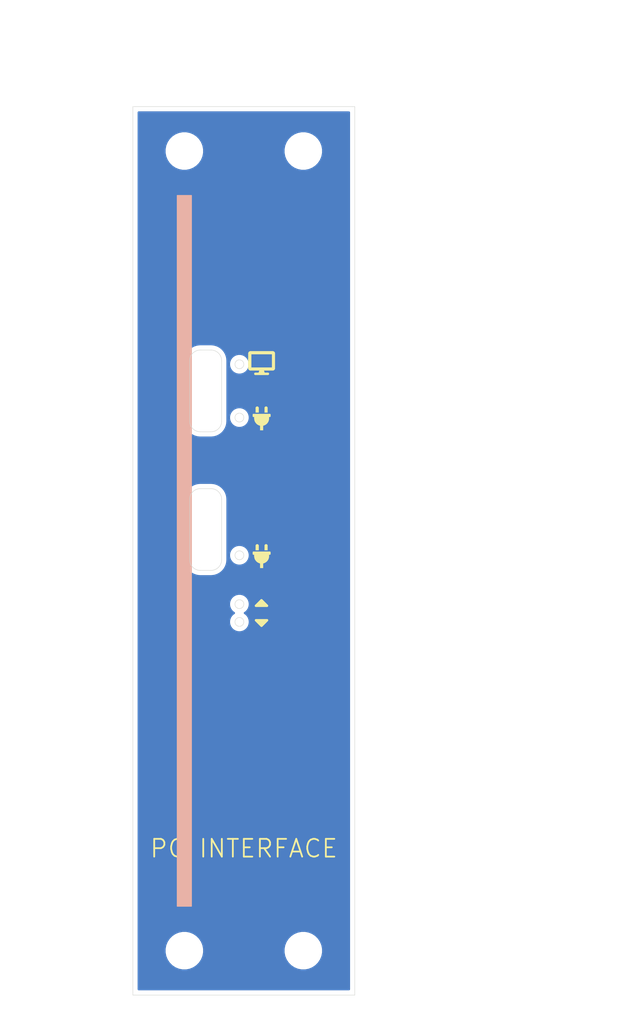
<source format=kicad_pcb>
(kicad_pcb (version 20171130) (host pcbnew 5.1.5)

  (general
    (thickness 1.6)
    (drawings 433)
    (tracks 0)
    (zones 0)
    (modules 5)
    (nets 1)
  )

  (page A4)
  (title_block
    (title "Alpha Card PC Interface Front Panel")
    (date 2020-04-24)
    (rev 1)
    (company Halidelabs)
    (comment 1 halidelabs.eu)
    (comment 2 contact@halidelabs.eu)
  )

  (layers
    (0 F.Cu signal)
    (31 B.Cu signal)
    (32 B.Adhes user)
    (33 F.Adhes user)
    (34 B.Paste user)
    (35 F.Paste user)
    (36 B.SilkS user)
    (37 F.SilkS user)
    (38 B.Mask user)
    (39 F.Mask user)
    (40 Dwgs.User user)
    (41 Cmts.User user)
    (42 Eco1.User user)
    (43 Eco2.User user)
    (44 Edge.Cuts user)
    (45 Margin user)
    (46 B.CrtYd user)
    (47 F.CrtYd user)
    (48 B.Fab user)
    (49 F.Fab user)
  )

  (setup
    (last_trace_width 0.25)
    (trace_clearance 0.2)
    (zone_clearance 0.508)
    (zone_45_only no)
    (trace_min 0.2)
    (via_size 0.8)
    (via_drill 0.4)
    (via_min_size 0.4)
    (via_min_drill 0.3)
    (uvia_size 0.3)
    (uvia_drill 0.1)
    (uvias_allowed no)
    (uvia_min_size 0.2)
    (uvia_min_drill 0.1)
    (edge_width 0.05)
    (segment_width 0.2)
    (pcb_text_width 0.3)
    (pcb_text_size 1.5 1.5)
    (mod_edge_width 0.12)
    (mod_text_size 1 1)
    (mod_text_width 0.15)
    (pad_size 1.524 1.524)
    (pad_drill 0.762)
    (pad_to_mask_clearance 0.051)
    (solder_mask_min_width 0.25)
    (aux_axis_origin 0 0)
    (visible_elements FFFFFF7F)
    (pcbplotparams
      (layerselection 0x010f0_ffffffff)
      (usegerberextensions false)
      (usegerberattributes false)
      (usegerberadvancedattributes false)
      (creategerberjobfile false)
      (excludeedgelayer true)
      (linewidth 0.100000)
      (plotframeref false)
      (viasonmask false)
      (mode 1)
      (useauxorigin false)
      (hpglpennumber 1)
      (hpglpenspeed 20)
      (hpglpendiameter 15.000000)
      (psnegative false)
      (psa4output false)
      (plotreference true)
      (plotvalue true)
      (plotinvisibletext false)
      (padsonsilk false)
      (subtractmaskfromsilk false)
      (outputformat 1)
      (mirror false)
      (drillshape 0)
      (scaleselection 1)
      (outputdirectory "production-files/"))
  )

  (net 0 "")

  (net_class Default "To jest domyślna klasa połączeń."
    (clearance 0.2)
    (trace_width 0.25)
    (via_dia 0.8)
    (via_drill 0.4)
    (uvia_dia 0.3)
    (uvia_drill 0.1)
  )

  (module kicad-lib:halidelabs-logo-full (layer F.Cu) (tedit 5DBB0C1C) (tstamp 5DBB54DF)
    (at 142.5 120.8)
    (fp_text reference G*** (at 0 0) (layer F.SilkS) hide
      (effects (font (size 1.524 1.524) (thickness 0.3)))
    )
    (fp_text value LOGO (at 0.75 0) (layer F.SilkS) hide
      (effects (font (size 1.524 1.524) (thickness 0.3)))
    )
    (fp_poly (pts (xy 3.994175 -8.123049) (xy 4.030833 -8.103874) (xy 4.046072 -8.063993) (xy 4.040399 -7.996927)
      (xy 4.014321 -7.896194) (xy 3.968346 -7.755312) (xy 3.965434 -7.746807) (xy 3.925945 -7.630749)
      (xy 3.893277 -7.533053) (xy 3.870561 -7.463206) (xy 3.860928 -7.430697) (xy 3.8608 -7.429732)
      (xy 3.881266 -7.412227) (xy 3.933108 -7.381515) (xy 3.964925 -7.364712) (xy 4.062841 -7.303419)
      (xy 4.165034 -7.221252) (xy 4.25661 -7.131791) (xy 4.322675 -7.048614) (xy 4.33519 -7.027118)
      (xy 4.367244 -6.929265) (xy 4.369725 -6.82992) (xy 4.343014 -6.747925) (xy 4.329162 -6.729301)
      (xy 4.299517 -6.689464) (xy 4.294872 -6.669872) (xy 4.319265 -6.652257) (xy 4.376001 -6.613355)
      (xy 4.455099 -6.559975) (xy 4.501309 -6.529052) (xy 4.640897 -6.429061) (xy 4.734075 -6.346074)
      (xy 4.78189 -6.278968) (xy 4.785388 -6.226619) (xy 4.784581 -6.224726) (xy 4.771926 -6.177945)
      (xy 4.758815 -6.100988) (xy 4.751887 -6.0452) (xy 4.738698 -5.958939) (xy 4.718149 -5.909349)
      (xy 4.684064 -5.882314) (xy 4.679718 -5.880328) (xy 4.629586 -5.844436) (xy 4.608901 -5.812824)
      (xy 4.592373 -5.781398) (xy 4.560592 -5.758374) (xy 4.505745 -5.741872) (xy 4.420016 -5.730014)
      (xy 4.295593 -5.72092) (xy 4.207993 -5.716423) (xy 4.076642 -5.709227) (xy 3.986694 -5.701046)
      (xy 3.928759 -5.690108) (xy 3.893446 -5.674646) (xy 3.871443 -5.652996) (xy 3.842386 -5.592211)
      (xy 3.8354 -5.552395) (xy 3.824936 -5.509766) (xy 3.796531 -5.432877) (xy 3.754657 -5.333055)
      (xy 3.709359 -5.233399) (xy 3.663622 -5.133963) (xy 3.628266 -5.048833) (xy 3.600221 -4.966763)
      (xy 3.576415 -4.876504) (xy 3.553779 -4.766807) (xy 3.52924 -4.626424) (xy 3.507992 -4.4958)
      (xy 3.480298 -4.309989) (xy 3.453392 -4.106148) (xy 3.429587 -3.90344) (xy 3.411197 -3.721028)
      (xy 3.404231 -3.636318) (xy 3.362471 -3.222584) (xy 3.300796 -2.85067) (xy 3.219551 -2.522056)
      (xy 3.119079 -2.238224) (xy 3.041624 -2.074684) (xy 2.992203 -1.996188) (xy 2.917498 -1.894725)
      (xy 2.827784 -1.783603) (xy 2.736637 -1.679712) (xy 2.563519 -1.47844) (xy 2.402793 -1.266716)
      (xy 2.262426 -1.056124) (xy 2.150385 -0.858246) (xy 2.104518 -0.760874) (xy 2.057472 -0.658789)
      (xy 2.008743 -0.564439) (xy 1.967961 -0.496328) (xy 1.963702 -0.490306) (xy 1.901455 -0.414263)
      (xy 1.82723 -0.336842) (xy 1.75352 -0.269829) (xy 1.69282 -0.225013) (xy 1.671619 -0.214729)
      (xy 1.648178 -0.20125) (xy 1.627352 -0.17343) (xy 1.607656 -0.125546) (xy 1.587604 -0.051878)
      (xy 1.565712 0.053296) (xy 1.540494 0.195699) (xy 1.510465 0.38105) (xy 1.500513 0.4445)
      (xy 1.473234 0.613984) (xy 1.447364 0.759596) (xy 1.420119 0.8929) (xy 1.388715 1.025458)
      (xy 1.350368 1.168834) (xy 1.302294 1.334591) (xy 1.24171 1.534293) (xy 1.225325 1.5875)
      (xy 1.178935 1.794218) (xy 1.162549 2.021051) (xy 1.176088 2.275199) (xy 1.215031 2.54)
      (xy 1.238903 2.678174) (xy 1.260779 2.819129) (xy 1.27775 2.943371) (xy 1.285149 3.0099)
      (xy 1.300938 3.123416) (xy 1.329539 3.215626) (xy 1.379857 3.312549) (xy 1.400141 3.345827)
      (xy 1.44797 3.42433) (xy 1.482977 3.485007) (xy 1.498388 3.516063) (xy 1.4986 3.517277)
      (xy 1.474689 3.521987) (xy 1.408909 3.525966) (xy 1.310192 3.528891) (xy 1.187465 3.530438)
      (xy 1.1303 3.5306) (xy 0.986885 3.530365) (xy 0.88657 3.528863) (xy 0.821654 3.5249)
      (xy 0.784436 3.517281) (xy 0.767217 3.504809) (xy 0.762295 3.486291) (xy 0.762039 3.47345)
      (xy 0.773324 3.412986) (xy 0.800987 3.338852) (xy 0.806489 3.3274) (xy 0.829071 3.278544)
      (xy 0.83608 3.239909) (xy 0.825219 3.195613) (xy 0.79419 3.129776) (xy 0.771583 3.0861)
      (xy 0.716846 2.966082) (xy 0.67018 2.828785) (xy 0.628924 2.664463) (xy 0.590417 2.463368)
      (xy 0.573744 2.361269) (xy 0.549692 2.234221) (xy 0.514463 2.080892) (xy 0.47332 1.923071)
      (xy 0.441841 1.815169) (xy 0.385105 1.626681) (xy 0.342547 1.470085) (xy 0.31111 1.32949)
      (xy 0.287736 1.189001) (xy 0.269368 1.032726) (xy 0.252947 0.844771) (xy 0.25144 0.8255)
      (xy 0.242043 0.666455) (xy 0.23687 0.494309) (xy 0.235746 0.319686) (xy 0.238494 0.15321)
      (xy 0.244938 0.005507) (xy 0.254902 -0.112798) (xy 0.26821 -0.191081) (xy 0.268286 -0.191357)
      (xy 0.27166 -0.209036) (xy 0.266392 -0.221969) (xy 0.246045 -0.230709) (xy 0.204182 -0.23581)
      (xy 0.134366 -0.237825) (xy 0.030159 -0.237308) (xy -0.114876 -0.234812) (xy -0.213844 -0.232807)
      (xy -0.468037 -0.230424) (xy -0.683098 -0.235369) (xy -0.870302 -0.248662) (xy -1.040922 -0.271323)
      (xy -1.206234 -0.304371) (xy -1.319656 -0.332838) (xy -1.533723 -0.406233) (xy -1.731754 -0.504734)
      (xy -1.905652 -0.622604) (xy -2.04732 -0.754105) (xy -2.148658 -0.893499) (xy -2.169524 -0.934974)
      (xy -2.217882 -1.042212) (xy -2.298781 -0.827146) (xy -2.368963 -0.661842) (xy -2.44749 -0.526749)
      (xy -2.547574 -0.401512) (xy -2.631241 -0.31497) (xy -2.681874 -0.261648) (xy -2.717759 -0.210586)
      (xy -2.745248 -0.148031) (xy -2.770693 -0.060232) (xy -2.793687 0.036722) (xy -2.846098 0.229255)
      (xy -2.913091 0.398822) (xy -3.001197 0.556246) (xy -3.116949 0.712346) (xy -3.266878 0.877944)
      (xy -3.354148 0.9652) (xy -3.463288 1.081276) (xy -3.541772 1.191777) (xy -3.594145 1.308786)
      (xy -3.62495 1.444387) (xy -3.638733 1.610666) (xy -3.640721 1.7272) (xy -3.638587 1.852387)
      (xy -3.630904 1.974401) (xy -3.616219 2.105365) (xy -3.59308 2.257402) (xy -3.560037 2.442633)
      (xy -3.546427 2.5146) (xy -3.516553 2.670145) (xy -3.489157 2.81132) (xy -3.465938 2.929482)
      (xy -3.448595 3.015989) (xy -3.438828 3.062199) (xy -3.438278 3.064496) (xy -3.411116 3.112091)
      (xy -3.357518 3.170882) (xy -3.325345 3.198997) (xy -3.251947 3.268521) (xy -3.196151 3.341189)
      (xy -3.164618 3.405962) (xy -3.164012 3.451801) (xy -3.168807 3.458366) (xy -3.203317 3.468095)
      (xy -3.275549 3.474087) (xy -3.372509 3.475505) (xy -3.418618 3.474497) (xy -3.6449 3.4671)
      (xy -3.652558 3.388598) (xy -3.671039 3.330492) (xy -3.719431 3.25811) (xy -3.802785 3.16416)
      (xy -3.821339 3.144962) (xy -3.916187 3.037041) (xy -4.001262 2.91529) (xy -4.080377 2.772166)
      (xy -4.157348 2.600124) (xy -4.235987 2.391624) (xy -4.303091 2.192179) (xy -4.385988 1.920908)
      (xy -4.445513 1.685983) (xy -4.481615 1.478617) (xy -4.494241 1.290025) (xy -4.483338 1.111419)
      (xy -4.448853 0.934015) (xy -4.390735 0.749025) (xy -4.308931 0.547664) (xy -4.293047 0.51202)
      (xy -4.222436 0.336015) (xy -4.182037 0.180568) (xy -4.169187 0.02751) (xy -4.18122 -0.141328)
      (xy -4.1891 -0.196591) (xy -4.215722 -0.341618) (xy -4.253842 -0.513981) (xy -4.299756 -0.699691)
      (xy -4.349761 -0.884755) (xy -4.40015 -1.055184) (xy -4.447221 -1.196987) (xy -4.469467 -1.255529)
      (xy -4.511924 -1.375606) (xy -4.549554 -1.508692) (xy -4.571414 -1.611) (xy -4.597144 -1.73906)
      (xy -4.627264 -1.844728) (xy -4.658676 -1.919353) (xy -4.688278 -1.954284) (xy -4.694951 -1.9558)
      (xy -4.71801 -1.934179) (xy -4.737565 -1.88595) (xy -4.756237 -1.8161) (xy -4.789025 -1.8923)
      (xy -4.837574 -2.067131) (xy -4.843716 -2.259134) (xy -4.809983 -2.461795) (xy -4.738906 -2.668601)
      (xy -4.633018 -2.873035) (xy -4.49485 -3.068586) (xy -4.326936 -3.248737) (xy -4.228485 -3.334345)
      (xy -3.966491 -3.514447) (xy -3.66995 -3.662055) (xy -3.344037 -3.776339) (xy -2.993928 -3.856472)
      (xy -2.6248 -3.901623) (xy -2.241827 -3.910964) (xy -1.850186 -3.883667) (xy -1.455052 -3.818903)
      (xy -1.350119 -3.795285) (xy -1.118455 -3.740593) (xy -0.927378 -3.697059) (xy -0.768229 -3.663372)
      (xy -0.632348 -3.638225) (xy -0.511076 -3.620308) (xy -0.395753 -3.608313) (xy -0.277721 -3.600929)
      (xy -0.148318 -3.596848) (xy -0.0254 -3.595025) (xy 0.140839 -3.592689) (xy 0.270466 -3.588513)
      (xy 0.377665 -3.580778) (xy 0.476625 -3.567765) (xy 0.581532 -3.547755) (xy 0.706571 -3.519029)
      (xy 0.809455 -3.493857) (xy 0.961455 -3.457031) (xy 1.073456 -3.432236) (xy 1.15449 -3.418208)
      (xy 1.213587 -3.41368) (xy 1.25978 -3.417389) (xy 1.294966 -3.42587) (xy 1.388604 -3.462639)
      (xy 1.4649 -3.515235) (xy 1.527858 -3.590242) (xy 1.581481 -3.694249) (xy 1.629774 -3.833841)
      (xy 1.67674 -4.015605) (xy 1.690586 -4.0767) (xy 1.722625 -4.211634) (xy 1.765288 -4.377467)
      (xy 1.813886 -4.55666) (xy 1.863728 -4.731678) (xy 1.884169 -4.8006) (xy 1.928839 -4.949866)
      (xy 1.964777 -5.074041) (xy 1.993637 -5.182154) (xy 2.017075 -5.283234) (xy 2.036745 -5.386309)
      (xy 2.054302 -5.500408) (xy 2.0714 -5.634561) (xy 2.089695 -5.797795) (xy 2.110842 -5.99914)
      (xy 2.119886 -6.086717) (xy 2.149672 -6.35374) (xy 2.180836 -6.576365) (xy 2.216236 -6.760973)
      (xy 2.258725 -6.913946) (xy 2.311161 -7.041664) (xy 2.376398 -7.150508) (xy 2.457292 -7.246859)
      (xy 2.556699 -7.337098) (xy 2.677474 -7.427606) (xy 2.738745 -7.469578) (xy 2.863675 -7.558789)
      (xy 2.992512 -7.659677) (xy 3.108464 -7.758642) (xy 3.181529 -7.828179) (xy 3.281323 -7.924092)
      (xy 3.35539 -7.978906) (xy 3.406487 -7.993587) (xy 3.437372 -7.969101) (xy 3.449374 -7.921992)
      (xy 3.444808 -7.860851) (xy 3.424714 -7.776807) (xy 3.407364 -7.725359) (xy 3.383112 -7.654077)
      (xy 3.37238 -7.606584) (xy 3.375085 -7.594601) (xy 3.401475 -7.612384) (xy 3.452832 -7.659974)
      (xy 3.520915 -7.728735) (xy 3.597487 -7.810028) (xy 3.674307 -7.895216) (xy 3.743137 -7.97566)
      (xy 3.768786 -8.007351) (xy 3.833474 -8.080829) (xy 3.886136 -8.118157) (xy 3.93559 -8.128)
      (xy 3.994175 -8.123049)) (layer F.Cu) (width 0.01))
    (fp_poly (pts (xy -3.10715 4.963697) (xy -3.000961 5.010686) (xy -2.918689 5.102022) (xy -2.893376 5.148094)
      (xy -2.857417 5.273577) (xy -2.868429 5.393597) (xy -2.922976 5.498991) (xy -3.017625 5.580595)
      (xy -3.064149 5.603777) (xy -3.175613 5.634615) (xy -3.280745 5.624737) (xy -3.34595 5.601142)
      (xy -3.438399 5.534562) (xy -3.501442 5.432863) (xy -3.529556 5.305761) (xy -3.530506 5.276476)
      (xy -3.523909 5.1906) (xy -3.496792 5.12587) (xy -3.447178 5.064424) (xy -3.378959 5.00219)
      (xy -3.306705 4.970622) (xy -3.240181 4.959466) (xy -3.10715 4.963697)) (layer F.Cu) (width 0.01))
    (fp_poly (pts (xy -2.8956 8.128) (xy -3.5052 8.128) (xy -3.5052 5.9182) (xy -2.8956 5.9182)
      (xy -2.8956 8.128)) (layer F.Cu) (width 0.01))
    (fp_poly (pts (xy -9.525 6.223) (xy -8.2804 6.223) (xy -8.2804 4.953) (xy -7.62 4.953)
      (xy -7.62 8.128) (xy -8.2804 8.128) (xy -8.2804 6.858) (xy -9.525 6.858)
      (xy -9.525 8.128) (xy -10.16 8.128) (xy -10.16 4.953) (xy -9.525 4.953)
      (xy -9.525 6.223)) (layer F.Cu) (width 0.01))
    (fp_poly (pts (xy 9.395388 5.908332) (xy 9.486291 5.916876) (xy 9.560921 5.934567) (xy 9.636492 5.964382)
      (xy 9.653159 5.972027) (xy 9.830584 6.076198) (xy 9.963052 6.202241) (xy 10.034182 6.314341)
      (xy 10.06378 6.382036) (xy 10.078377 6.428933) (xy 10.077825 6.440641) (xy 10.049715 6.452493)
      (xy 9.984391 6.474296) (xy 9.893543 6.502239) (xy 9.845432 6.516386) (xy 9.62483 6.580341)
      (xy 9.540166 6.49057) (xy 9.485856 6.438284) (xy 9.436716 6.411498) (xy 9.371524 6.401847)
      (xy 9.31245 6.4008) (xy 9.215983 6.406243) (xy 9.153365 6.425377) (xy 9.1186 6.4516)
      (xy 9.078843 6.502208) (xy 9.069908 6.548118) (xy 9.095279 6.592472) (xy 9.158438 6.638414)
      (xy 9.262871 6.689089) (xy 9.41206 6.747638) (xy 9.469861 6.768565) (xy 9.685213 6.852896)
      (xy 9.854298 6.937541) (xy 9.981485 7.02689) (xy 10.071144 7.125332) (xy 10.127645 7.237254)
      (xy 10.155355 7.367047) (xy 10.16 7.461797) (xy 10.136268 7.63801) (xy 10.067108 7.794919)
      (xy 9.955574 7.92839) (xy 9.80472 8.034292) (xy 9.7028 8.080549) (xy 9.558845 8.119167)
      (xy 9.387347 8.140575) (xy 9.208911 8.14377) (xy 9.044138 8.127751) (xy 8.985506 8.115445)
      (xy 8.883118 8.08468) (xy 8.782483 8.046878) (xy 8.736711 8.025946) (xy 8.639077 7.966256)
      (xy 8.545939 7.892129) (xy 8.464864 7.811975) (xy 8.403417 7.734202) (xy 8.369163 7.667218)
      (xy 8.369668 7.619432) (xy 8.370182 7.618571) (xy 8.398686 7.596439) (xy 8.461568 7.55882)
      (xy 8.547466 7.512333) (xy 8.58882 7.491179) (xy 8.7918 7.389123) (xy 8.878666 7.465392)
      (xy 9.006884 7.545255) (xy 9.159544 7.585387) (xy 9.307795 7.585237) (xy 9.412828 7.560475)
      (xy 9.48496 7.517854) (xy 9.517443 7.462643) (xy 9.514538 7.423852) (xy 9.500862 7.394737)
      (xy 9.475009 7.368553) (xy 9.429364 7.341329) (xy 9.356314 7.309094) (xy 9.248244 7.267879)
      (xy 9.141568 7.229377) (xy 9.024246 7.185869) (xy 8.912412 7.141537) (xy 8.823007 7.103213)
      (xy 8.791264 7.088061) (xy 8.637341 6.985741) (xy 8.525269 6.861027) (xy 8.456158 6.720256)
      (xy 8.431124 6.569766) (xy 8.451278 6.415893) (xy 8.517735 6.264973) (xy 8.623252 6.13163)
      (xy 8.734878 6.034916) (xy 8.852797 5.968221) (xy 8.988746 5.927457) (xy 9.154461 5.908534)
      (xy 9.271 5.905958) (xy 9.395388 5.908332)) (layer F.Cu) (width 0.01))
    (fp_poly (pts (xy 6.623524 5.517062) (xy 6.630348 6.093825) (xy 6.722498 6.03129) (xy 6.892533 5.945362)
      (xy 7.080751 5.901164) (xy 7.278458 5.897318) (xy 7.47696 5.932448) (xy 7.667562 6.005177)
      (xy 7.841569 6.114127) (xy 7.964398 6.228003) (xy 8.066719 6.369383) (xy 8.152879 6.543059)
      (xy 8.21499 6.731208) (xy 8.237684 6.845383) (xy 8.24889 7.073506) (xy 8.219137 7.296414)
      (xy 8.15207 7.507044) (xy 8.051335 7.698335) (xy 7.920575 7.863224) (xy 7.763437 7.99465)
      (xy 7.600865 8.079108) (xy 7.498143 8.108605) (xy 7.370445 8.130804) (xy 7.234067 8.144384)
      (xy 7.105304 8.148024) (xy 7.000453 8.140402) (xy 6.959435 8.131113) (xy 6.867578 8.094328)
      (xy 6.771305 8.045538) (xy 6.693023 7.996499) (xy 6.67385 7.9813) (xy 6.64483 7.960248)
      (xy 6.632296 7.972022) (xy 6.62942 8.025018) (xy 6.6294 8.035945) (xy 6.6294 8.129563)
      (xy 6.31825 8.122431) (xy 6.0071 8.1153) (xy 6.0071 7.076559) (xy 6.629282 7.076559)
      (xy 6.657263 7.224929) (xy 6.715782 7.358563) (xy 6.802839 7.46819) (xy 6.91644 7.544541)
      (xy 6.9469 7.556698) (xy 7.067959 7.58807) (xy 7.179298 7.587618) (xy 7.271444 7.567672)
      (xy 7.404647 7.505856) (xy 7.509157 7.405164) (xy 7.58166 7.270727) (xy 7.618842 7.107673)
      (xy 7.623175 7.0231) (xy 7.615765 6.916118) (xy 7.596696 6.812026) (xy 7.580858 6.761204)
      (xy 7.50704 6.637083) (xy 7.403493 6.544384) (xy 7.279809 6.484555) (xy 7.145577 6.459041)
      (xy 7.010389 6.469288) (xy 6.883835 6.516742) (xy 6.775505 6.602848) (xy 6.74852 6.635723)
      (xy 6.672913 6.772686) (xy 6.633833 6.922721) (xy 6.629282 7.076559) (xy 6.0071 7.076559)
      (xy 6.0071 4.9403) (xy 6.6167 4.9403) (xy 6.623524 5.517062)) (layer F.Cu) (width 0.01))
    (fp_poly (pts (xy 5.068015 5.929354) (xy 5.162402 5.956849) (xy 5.30605 6.030625) (xy 5.437929 6.141296)
      (xy 5.543644 6.275028) (xy 5.592458 6.370124) (xy 5.608656 6.412607) (xy 5.621621 6.454574)
      (xy 5.631787 6.502226) (xy 5.639588 6.561763) (xy 5.645457 6.639386) (xy 5.649828 6.741296)
      (xy 5.653134 6.873694) (xy 5.65581 7.042779) (xy 5.658288 7.254754) (xy 5.658994 7.32155)
      (xy 5.667425 8.128) (xy 5.0546 8.128) (xy 5.0546 8.022463) (xy 5.052935 7.95772)
      (xy 5.044014 7.935315) (xy 5.021943 7.946804) (xy 5.009461 7.957776) (xy 4.963034 7.989682)
      (xy 4.887545 8.031698) (xy 4.812611 8.068457) (xy 4.720226 8.106034) (xy 4.630767 8.128938)
      (xy 4.524213 8.141226) (xy 4.4323 8.145574) (xy 4.273329 8.144323) (xy 4.146625 8.13026)
      (xy 4.095033 8.117499) (xy 3.944178 8.044268) (xy 3.827022 7.93788) (xy 3.746308 7.80545)
      (xy 3.704775 7.654098) (xy 3.705166 7.490941) (xy 3.708665 7.477903) (xy 4.326991 7.477903)
      (xy 4.330008 7.557885) (xy 4.3688 7.62) (xy 4.432006 7.653848) (xy 4.525534 7.670445)
      (xy 4.631524 7.668649) (xy 4.73212 7.647319) (xy 4.741796 7.643842) (xy 4.852913 7.577059)
      (xy 4.946752 7.472893) (xy 5.012105 7.344399) (xy 5.019878 7.320036) (xy 5.039773 7.244041)
      (xy 5.049699 7.190394) (xy 5.04895 7.174083) (xy 5.019411 7.173857) (xy 4.953087 7.185596)
      (xy 4.861713 7.206228) (xy 4.757028 7.232679) (xy 4.650768 7.261876) (xy 4.554671 7.290746)
      (xy 4.480473 7.316216) (xy 4.444168 7.332431) (xy 4.365979 7.399188) (xy 4.326991 7.477903)
      (xy 3.708665 7.477903) (xy 3.75022 7.323098) (xy 3.771137 7.276383) (xy 3.830132 7.176507)
      (xy 3.904523 7.09308) (xy 4.000861 7.022482) (xy 4.125696 6.961095) (xy 4.285577 6.905297)
      (xy 4.487054 6.851471) (xy 4.578584 6.830172) (xy 4.742539 6.79134) (xy 4.862605 6.757626)
      (xy 4.945044 6.726038) (xy 4.996115 6.693588) (xy 5.02208 6.657285) (xy 5.0292 6.614959)
      (xy 5.005945 6.535094) (xy 4.943042 6.469861) (xy 4.850784 6.424584) (xy 4.739462 6.404587)
      (xy 4.636247 6.411683) (xy 4.547764 6.444245) (xy 4.46311 6.501167) (xy 4.400034 6.56885)
      (xy 4.3803 6.607779) (xy 4.37245 6.630011) (xy 4.360163 6.643875) (xy 4.335312 6.648947)
      (xy 4.289772 6.644803) (xy 4.215416 6.631021) (xy 4.104118 6.607178) (xy 4.021904 6.589114)
      (xy 3.928853 6.567846) (xy 3.876038 6.550941) (xy 3.854039 6.532044) (xy 3.853435 6.504797)
      (xy 3.859985 6.47984) (xy 3.924947 6.33416) (xy 4.029533 6.19497) (xy 4.162897 6.074558)
      (xy 4.283724 5.999652) (xy 4.458335 5.935798) (xy 4.658063 5.902271) (xy 4.866694 5.899859)
      (xy 5.068015 5.929354)) (layer F.Cu) (width 0.01))
    (fp_poly (pts (xy 2.820833 6.02615) (xy 2.82131 6.337001) (xy 2.822233 6.601067) (xy 2.823932 6.822365)
      (xy 2.826734 7.00491) (xy 2.830968 7.152716) (xy 2.836962 7.269801) (xy 2.845045 7.360178)
      (xy 2.855544 7.427864) (xy 2.868789 7.476873) (xy 2.885108 7.511223) (xy 2.904828 7.534927)
      (xy 2.928279 7.552002) (xy 2.9464 7.561813) (xy 3.004427 7.577633) (xy 3.09967 7.58887)
      (xy 3.218638 7.594048) (xy 3.242682 7.594225) (xy 3.475465 7.5946) (xy 3.491211 7.79145)
      (xy 3.500257 7.896036) (xy 3.509474 7.988851) (xy 3.517018 8.051487) (xy 3.517684 8.055852)
      (xy 3.512886 8.117297) (xy 3.489328 8.138402) (xy 3.436795 8.147556) (xy 3.345501 8.152819)
      (xy 3.227311 8.15451) (xy 3.094088 8.152943) (xy 2.957697 8.148436) (xy 2.830003 8.141304)
      (xy 2.722869 8.131864) (xy 2.64816 8.120432) (xy 2.630368 8.1155) (xy 2.524049 8.06887)
      (xy 2.442972 8.0086) (xy 2.374354 7.922452) (xy 2.3114 7.810135) (xy 2.2225 7.634003)
      (xy 2.214996 6.166501) (xy 2.207492 4.699) (xy 2.8194 4.699) (xy 2.820833 6.02615)) (layer F.Cu) (width 0.01))
    (fp_poly (pts (xy 1.07391 5.906834) (xy 1.241617 5.927084) (xy 1.376721 5.964719) (xy 1.554116 6.062017)
      (xy 1.707258 6.199216) (xy 1.832427 6.369752) (xy 1.925904 6.567059) (xy 1.983968 6.784575)
      (xy 2.002899 7.015734) (xy 2.001471 7.067192) (xy 1.9939 7.2263) (xy 1.263332 7.23304)
      (xy 0.532765 7.23978) (xy 0.584384 7.340961) (xy 0.668564 7.45446) (xy 0.781675 7.533944)
      (xy 0.913441 7.577699) (xy 1.053585 7.584009) (xy 1.191828 7.551159) (xy 1.317894 7.477434)
      (xy 1.331798 7.465686) (xy 1.418329 7.389711) (xy 1.661664 7.510588) (xy 1.761195 7.562636)
      (xy 1.841047 7.609354) (xy 1.891759 7.644891) (xy 1.905 7.661085) (xy 1.884685 7.711936)
      (xy 1.830013 7.780087) (xy 1.750389 7.85704) (xy 1.655222 7.934303) (xy 1.553916 8.003378)
      (xy 1.480993 8.044) (xy 1.381372 8.090818) (xy 1.301267 8.119711) (xy 1.220424 8.135514)
      (xy 1.118592 8.143067) (xy 1.057534 8.145148) (xy 0.919589 8.144175) (xy 0.796156 8.134367)
      (xy 0.708468 8.117999) (xy 0.493326 8.030941) (xy 0.305778 7.904491) (xy 0.149524 7.744087)
      (xy 0.028261 7.555166) (xy -0.054311 7.343165) (xy -0.094494 7.11352) (xy -0.094877 6.936996)
      (xy -0.073127 6.8072) (xy 0.536042 6.8072) (xy 1.419757 6.8072) (xy 1.392909 6.730184)
      (xy 1.329731 6.621014) (xy 1.230114 6.532473) (xy 1.106977 6.473177) (xy 0.97534 6.451741)
      (xy 0.860452 6.472571) (xy 0.745037 6.528584) (xy 0.644576 6.609196) (xy 0.574549 6.70382)
      (xy 0.56125 6.734887) (xy 0.536042 6.8072) (xy -0.073127 6.8072) (xy -0.055194 6.700186)
      (xy 0.027171 6.483434) (xy 0.148523 6.291998) (xy 0.30517 6.131139) (xy 0.493418 6.006115)
      (xy 0.589787 5.962014) (xy 0.729243 5.924234) (xy 0.896868 5.905862) (xy 1.07391 5.906834)) (layer F.Cu) (width 0.01))
    (fp_poly (pts (xy -0.3556 8.128) (xy -0.962134 8.128) (xy -0.9779 7.94914) (xy -1.067495 8.010242)
      (xy -1.228731 8.091985) (xy -1.415392 8.139761) (xy -1.613623 8.15182) (xy -1.809571 8.126415)
      (xy -1.866264 8.111096) (xy -2.065462 8.024563) (xy -2.237326 7.898036) (xy -2.378757 7.736167)
      (xy -2.48666 7.543608) (xy -2.557934 7.325011) (xy -2.589483 7.085027) (xy -2.5908 7.0231)
      (xy -2.585748 6.964455) (xy -1.981641 6.964455) (xy -1.978589 7.120477) (xy -1.944423 7.269009)
      (xy -1.878931 7.397979) (xy -1.821859 7.463415) (xy -1.696986 7.545146) (xy -1.550985 7.584785)
      (xy -1.394233 7.580091) (xy -1.339156 7.567672) (xy -1.217272 7.509966) (xy -1.110715 7.415168)
      (xy -1.034447 7.296982) (xy -1.028543 7.283126) (xy -0.995693 7.153874) (xy -0.986766 7.003731)
      (xy -1.00176 6.856622) (xy -1.028543 6.763073) (xy -1.10564 6.634081) (xy -1.213373 6.538473)
      (xy -1.342157 6.478603) (xy -1.482406 6.456823) (xy -1.624535 6.475486) (xy -1.758961 6.536944)
      (xy -1.806226 6.572175) (xy -1.895247 6.678232) (xy -1.953789 6.813017) (xy -1.981641 6.964455)
      (xy -2.585748 6.964455) (xy -2.569254 6.772994) (xy -2.505977 6.546144) (xy -2.403011 6.346051)
      (xy -2.262399 6.176219) (xy -2.086183 6.040151) (xy -1.986299 5.986315) (xy -1.899723 5.947731)
      (xy -1.827382 5.923853) (xy -1.751434 5.911212) (xy -1.654036 5.906335) (xy -1.571837 5.905686)
      (xy -1.454602 5.906831) (xy -1.370634 5.913025) (xy -1.302413 5.928086) (xy -1.23242 5.955834)
      (xy -1.146387 5.998417) (xy -0.9652 6.091335) (xy -0.9652 4.9276) (xy -0.3556 4.9276)
      (xy -0.3556 8.128)) (layer F.Cu) (width 0.01))
    (fp_poly (pts (xy -4.4196 6.087003) (xy -4.416756 6.386893) (xy -4.414101 6.640117) (xy -4.411461 6.850806)
      (xy -4.408659 7.023094) (xy -4.40552 7.161111) (xy -4.401868 7.268992) (xy -4.397529 7.350867)
      (xy -4.392327 7.41087) (xy -4.386086 7.453132) (xy -4.378632 7.481785) (xy -4.369787 7.500962)
      (xy -4.359378 7.514796) (xy -4.358963 7.515256) (xy -4.318891 7.548801) (xy -4.263309 7.572422)
      (xy -4.182672 7.588232) (xy -4.067434 7.598347) (xy -3.9624 7.603125) (xy -3.7719 7.60991)
      (xy -3.751364 7.860187) (xy -3.742953 7.981824) (xy -3.741845 8.061749) (xy -3.748442 8.108581)
      (xy -3.763149 8.130939) (xy -3.764064 8.131543) (xy -3.805001 8.14099) (xy -3.885504 8.147309)
      (xy -3.994445 8.150657) (xy -4.120696 8.151191) (xy -4.253131 8.149069) (xy -4.380621 8.144448)
      (xy -4.492039 8.137485) (xy -4.576257 8.128338) (xy -4.616733 8.119494) (xy -4.761144 8.041085)
      (xy -4.876097 7.921291) (xy -4.961591 7.760112) (xy -5.017624 7.557551) (xy -5.030126 7.478028)
      (xy -5.036228 7.402926) (xy -5.04131 7.280797) (xy -5.045321 7.115404) (xy -5.048214 6.910512)
      (xy -5.04994 6.669882) (xy -5.050451 6.397281) (xy -5.049699 6.096469) (xy -5.049181 5.9944)
      (xy -5.0419 4.7117) (xy -4.4323 4.7117) (xy -4.4196 6.087003)) (layer F.Cu) (width 0.01))
    (fp_poly (pts (xy -6.065174 5.919574) (xy -5.923049 5.952447) (xy -5.919479 5.953675) (xy -5.771943 6.028507)
      (xy -5.636206 6.140607) (xy -5.52683 6.276516) (xy -5.482853 6.35727) (xy -5.466345 6.395383)
      (xy -5.453116 6.432745) (xy -5.442736 6.475389) (xy -5.434772 6.529351) (xy -5.428793 6.600663)
      (xy -5.424366 6.69536) (xy -5.421059 6.819476) (xy -5.418441 6.979044) (xy -5.416081 7.180099)
      (xy -5.414753 7.30885) (xy -5.406465 8.128) (xy -6.0198 8.128) (xy -6.0198 7.922214)
      (xy -6.107923 7.989428) (xy -6.235899 8.061704) (xy -6.396341 8.114332) (xy -6.573984 8.145065)
      (xy -6.753567 8.151656) (xy -6.919827 8.13186) (xy -6.975683 8.117156) (xy -7.130769 8.045523)
      (xy -7.247904 7.940607) (xy -7.325625 7.804473) (xy -7.362468 7.639184) (xy -7.365443 7.56753)
      (xy -7.361787 7.536272) (xy -6.752551 7.536272) (xy -6.719294 7.605151) (xy -6.7056 7.62)
      (xy -6.642388 7.653852) (xy -6.548866 7.670445) (xy -6.442902 7.668639) (xy -6.34236 7.647295)
      (xy -6.332604 7.643784) (xy -6.2125 7.572436) (xy -6.116206 7.462812) (xy -6.051304 7.324771)
      (xy -6.03433 7.255841) (xy -6.025731 7.193713) (xy -6.033287 7.169153) (xy -6.060916 7.170422)
      (xy -6.062685 7.170896) (xy -6.106534 7.182004) (xy -6.186361 7.201524) (xy -6.28871 7.226179)
      (xy -6.35 7.240807) (xy -6.473261 7.272709) (xy -6.559379 7.302624) (xy -6.621437 7.336188)
      (xy -6.672517 7.37904) (xy -6.67385 7.380363) (xy -6.737572 7.462621) (xy -6.752551 7.536272)
      (xy -7.361787 7.536272) (xy -7.344279 7.386589) (xy -7.281128 7.232752) (xy -7.174495 7.103732)
      (xy -7.022889 6.997241) (xy -6.978333 6.974138) (xy -6.902374 6.943714) (xy -6.790922 6.907591)
      (xy -6.658293 6.870054) (xy -6.518802 6.835392) (xy -6.502739 6.831732) (xy -6.33873 6.793122)
      (xy -6.218385 6.759945) (xy -6.135299 6.729033) (xy -6.083069 6.697215) (xy -6.055292 6.661322)
      (xy -6.045564 6.618185) (xy -6.0452 6.605257) (xy -6.068406 6.527349) (xy -6.131451 6.464732)
      (xy -6.224477 6.422175) (xy -6.337624 6.404444) (xy -6.443444 6.412676) (xy -6.519786 6.442768)
      (xy -6.601391 6.498079) (xy -6.670468 6.564311) (xy -6.708844 6.625978) (xy -6.722455 6.641824)
      (xy -6.755649 6.646036) (xy -6.818216 6.638221) (xy -6.919951 6.61799) (xy -6.922477 6.617451)
      (xy -7.046314 6.590718) (xy -7.128858 6.571063) (xy -7.178483 6.554905) (xy -7.203565 6.538661)
      (xy -7.212479 6.51875) (xy -7.2136 6.492961) (xy -7.192039 6.405258) (xy -7.133111 6.305028)
      (xy -7.045447 6.201299) (xy -6.937679 6.103098) (xy -6.818441 6.019454) (xy -6.707616 5.963749)
      (xy -6.572791 5.926827) (xy -6.408483 5.907) (xy -6.233132 5.904504) (xy -6.065174 5.919574)) (layer F.Cu) (width 0.01))
    (fp_poly (pts (xy -2.8956 8.128) (xy -3.5052 8.128) (xy -3.5052 5.9182) (xy -2.8956 5.9182)
      (xy -2.8956 8.128)) (layer F.Mask) (width 0.01))
    (fp_poly (pts (xy -3.10715 4.963697) (xy -3.000961 5.010686) (xy -2.918689 5.102022) (xy -2.893376 5.148094)
      (xy -2.857417 5.273577) (xy -2.868429 5.393597) (xy -2.922976 5.498991) (xy -3.017625 5.580595)
      (xy -3.064149 5.603777) (xy -3.175613 5.634615) (xy -3.280745 5.624737) (xy -3.34595 5.601142)
      (xy -3.438399 5.534562) (xy -3.501442 5.432863) (xy -3.529556 5.305761) (xy -3.530506 5.276476)
      (xy -3.523909 5.1906) (xy -3.496792 5.12587) (xy -3.447178 5.064424) (xy -3.378959 5.00219)
      (xy -3.306705 4.970622) (xy -3.240181 4.959466) (xy -3.10715 4.963697)) (layer F.Mask) (width 0.01))
    (fp_poly (pts (xy -4.4196 6.087003) (xy -4.416756 6.386893) (xy -4.414101 6.640117) (xy -4.411461 6.850806)
      (xy -4.408659 7.023094) (xy -4.40552 7.161111) (xy -4.401868 7.268992) (xy -4.397529 7.350867)
      (xy -4.392327 7.41087) (xy -4.386086 7.453132) (xy -4.378632 7.481785) (xy -4.369787 7.500962)
      (xy -4.359378 7.514796) (xy -4.358963 7.515256) (xy -4.318891 7.548801) (xy -4.263309 7.572422)
      (xy -4.182672 7.588232) (xy -4.067434 7.598347) (xy -3.9624 7.603125) (xy -3.7719 7.60991)
      (xy -3.751364 7.860187) (xy -3.742953 7.981824) (xy -3.741845 8.061749) (xy -3.748442 8.108581)
      (xy -3.763149 8.130939) (xy -3.764064 8.131543) (xy -3.805001 8.14099) (xy -3.885504 8.147309)
      (xy -3.994445 8.150657) (xy -4.120696 8.151191) (xy -4.253131 8.149069) (xy -4.380621 8.144448)
      (xy -4.492039 8.137485) (xy -4.576257 8.128338) (xy -4.616733 8.119494) (xy -4.761144 8.041085)
      (xy -4.876097 7.921291) (xy -4.961591 7.760112) (xy -5.017624 7.557551) (xy -5.030126 7.478028)
      (xy -5.036228 7.402926) (xy -5.04131 7.280797) (xy -5.045321 7.115404) (xy -5.048214 6.910512)
      (xy -5.04994 6.669882) (xy -5.050451 6.397281) (xy -5.049699 6.096469) (xy -5.049181 5.9944)
      (xy -5.0419 4.7117) (xy -4.4323 4.7117) (xy -4.4196 6.087003)) (layer F.Mask) (width 0.01))
    (fp_poly (pts (xy 9.395388 5.908332) (xy 9.486291 5.916876) (xy 9.560921 5.934567) (xy 9.636492 5.964382)
      (xy 9.653159 5.972027) (xy 9.830584 6.076198) (xy 9.963052 6.202241) (xy 10.034182 6.314341)
      (xy 10.06378 6.382036) (xy 10.078377 6.428933) (xy 10.077825 6.440641) (xy 10.049715 6.452493)
      (xy 9.984391 6.474296) (xy 9.893543 6.502239) (xy 9.845432 6.516386) (xy 9.62483 6.580341)
      (xy 9.540166 6.49057) (xy 9.485856 6.438284) (xy 9.436716 6.411498) (xy 9.371524 6.401847)
      (xy 9.31245 6.4008) (xy 9.215983 6.406243) (xy 9.153365 6.425377) (xy 9.1186 6.4516)
      (xy 9.078843 6.502208) (xy 9.069908 6.548118) (xy 9.095279 6.592472) (xy 9.158438 6.638414)
      (xy 9.262871 6.689089) (xy 9.41206 6.747638) (xy 9.469861 6.768565) (xy 9.685213 6.852896)
      (xy 9.854298 6.937541) (xy 9.981485 7.02689) (xy 10.071144 7.125332) (xy 10.127645 7.237254)
      (xy 10.155355 7.367047) (xy 10.16 7.461797) (xy 10.136268 7.63801) (xy 10.067108 7.794919)
      (xy 9.955574 7.92839) (xy 9.80472 8.034292) (xy 9.7028 8.080549) (xy 9.558845 8.119167)
      (xy 9.387347 8.140575) (xy 9.208911 8.14377) (xy 9.044138 8.127751) (xy 8.985506 8.115445)
      (xy 8.883118 8.08468) (xy 8.782483 8.046878) (xy 8.736711 8.025946) (xy 8.639077 7.966256)
      (xy 8.545939 7.892129) (xy 8.464864 7.811975) (xy 8.403417 7.734202) (xy 8.369163 7.667218)
      (xy 8.369668 7.619432) (xy 8.370182 7.618571) (xy 8.398686 7.596439) (xy 8.461568 7.55882)
      (xy 8.547466 7.512333) (xy 8.58882 7.491179) (xy 8.7918 7.389123) (xy 8.878666 7.465392)
      (xy 9.006884 7.545255) (xy 9.159544 7.585387) (xy 9.307795 7.585237) (xy 9.412828 7.560475)
      (xy 9.48496 7.517854) (xy 9.517443 7.462643) (xy 9.514538 7.423852) (xy 9.500862 7.394737)
      (xy 9.475009 7.368553) (xy 9.429364 7.341329) (xy 9.356314 7.309094) (xy 9.248244 7.267879)
      (xy 9.141568 7.229377) (xy 9.024246 7.185869) (xy 8.912412 7.141537) (xy 8.823007 7.103213)
      (xy 8.791264 7.088061) (xy 8.637341 6.985741) (xy 8.525269 6.861027) (xy 8.456158 6.720256)
      (xy 8.431124 6.569766) (xy 8.451278 6.415893) (xy 8.517735 6.264973) (xy 8.623252 6.13163)
      (xy 8.734878 6.034916) (xy 8.852797 5.968221) (xy 8.988746 5.927457) (xy 9.154461 5.908534)
      (xy 9.271 5.905958) (xy 9.395388 5.908332)) (layer F.Mask) (width 0.01))
    (fp_poly (pts (xy 3.994175 -8.123049) (xy 4.030833 -8.103874) (xy 4.046072 -8.063993) (xy 4.040399 -7.996927)
      (xy 4.014321 -7.896194) (xy 3.968346 -7.755312) (xy 3.965434 -7.746807) (xy 3.925945 -7.630749)
      (xy 3.893277 -7.533053) (xy 3.870561 -7.463206) (xy 3.860928 -7.430697) (xy 3.8608 -7.429732)
      (xy 3.881266 -7.412227) (xy 3.933108 -7.381515) (xy 3.964925 -7.364712) (xy 4.062841 -7.303419)
      (xy 4.165034 -7.221252) (xy 4.25661 -7.131791) (xy 4.322675 -7.048614) (xy 4.33519 -7.027118)
      (xy 4.367244 -6.929265) (xy 4.369725 -6.82992) (xy 4.343014 -6.747925) (xy 4.329162 -6.729301)
      (xy 4.299517 -6.689464) (xy 4.294872 -6.669872) (xy 4.319265 -6.652257) (xy 4.376001 -6.613355)
      (xy 4.455099 -6.559975) (xy 4.501309 -6.529052) (xy 4.640897 -6.429061) (xy 4.734075 -6.346074)
      (xy 4.78189 -6.278968) (xy 4.785388 -6.226619) (xy 4.784581 -6.224726) (xy 4.771926 -6.177945)
      (xy 4.758815 -6.100988) (xy 4.751887 -6.0452) (xy 4.738698 -5.958939) (xy 4.718149 -5.909349)
      (xy 4.684064 -5.882314) (xy 4.679718 -5.880328) (xy 4.629586 -5.844436) (xy 4.608901 -5.812824)
      (xy 4.592373 -5.781398) (xy 4.560592 -5.758374) (xy 4.505745 -5.741872) (xy 4.420016 -5.730014)
      (xy 4.295593 -5.72092) (xy 4.207993 -5.716423) (xy 4.076642 -5.709227) (xy 3.986694 -5.701046)
      (xy 3.928759 -5.690108) (xy 3.893446 -5.674646) (xy 3.871443 -5.652996) (xy 3.842386 -5.592211)
      (xy 3.8354 -5.552395) (xy 3.824936 -5.509766) (xy 3.796531 -5.432877) (xy 3.754657 -5.333055)
      (xy 3.709359 -5.233399) (xy 3.663622 -5.133963) (xy 3.628266 -5.048833) (xy 3.600221 -4.966763)
      (xy 3.576415 -4.876504) (xy 3.553779 -4.766807) (xy 3.52924 -4.626424) (xy 3.507992 -4.4958)
      (xy 3.480298 -4.309989) (xy 3.453392 -4.106148) (xy 3.429587 -3.90344) (xy 3.411197 -3.721028)
      (xy 3.404231 -3.636318) (xy 3.362471 -3.222584) (xy 3.300796 -2.85067) (xy 3.219551 -2.522056)
      (xy 3.119079 -2.238224) (xy 3.041624 -2.074684) (xy 2.992203 -1.996188) (xy 2.917498 -1.894725)
      (xy 2.827784 -1.783603) (xy 2.736637 -1.679712) (xy 2.563519 -1.47844) (xy 2.402793 -1.266716)
      (xy 2.262426 -1.056124) (xy 2.150385 -0.858246) (xy 2.104518 -0.760874) (xy 2.057472 -0.658789)
      (xy 2.008743 -0.564439) (xy 1.967961 -0.496328) (xy 1.963702 -0.490306) (xy 1.901455 -0.414263)
      (xy 1.82723 -0.336842) (xy 1.75352 -0.269829) (xy 1.69282 -0.225013) (xy 1.671619 -0.214729)
      (xy 1.648178 -0.20125) (xy 1.627352 -0.17343) (xy 1.607656 -0.125546) (xy 1.587604 -0.051878)
      (xy 1.565712 0.053296) (xy 1.540494 0.195699) (xy 1.510465 0.38105) (xy 1.500513 0.4445)
      (xy 1.473234 0.613984) (xy 1.447364 0.759596) (xy 1.420119 0.8929) (xy 1.388715 1.025458)
      (xy 1.350368 1.168834) (xy 1.302294 1.334591) (xy 1.24171 1.534293) (xy 1.225325 1.5875)
      (xy 1.178935 1.794218) (xy 1.162549 2.021051) (xy 1.176088 2.275199) (xy 1.215031 2.54)
      (xy 1.238903 2.678174) (xy 1.260779 2.819129) (xy 1.27775 2.943371) (xy 1.285149 3.0099)
      (xy 1.300938 3.123416) (xy 1.329539 3.215626) (xy 1.379857 3.312549) (xy 1.400141 3.345827)
      (xy 1.44797 3.42433) (xy 1.482977 3.485007) (xy 1.498388 3.516063) (xy 1.4986 3.517277)
      (xy 1.474689 3.521987) (xy 1.408909 3.525966) (xy 1.310192 3.528891) (xy 1.187465 3.530438)
      (xy 1.1303 3.5306) (xy 0.986885 3.530365) (xy 0.88657 3.528863) (xy 0.821654 3.5249)
      (xy 0.784436 3.517281) (xy 0.767217 3.504809) (xy 0.762295 3.486291) (xy 0.762039 3.47345)
      (xy 0.773324 3.412986) (xy 0.800987 3.338852) (xy 0.806489 3.3274) (xy 0.829071 3.278544)
      (xy 0.83608 3.239909) (xy 0.825219 3.195613) (xy 0.79419 3.129776) (xy 0.771583 3.0861)
      (xy 0.716846 2.966082) (xy 0.67018 2.828785) (xy 0.628924 2.664463) (xy 0.590417 2.463368)
      (xy 0.573744 2.361269) (xy 0.549692 2.234221) (xy 0.514463 2.080892) (xy 0.47332 1.923071)
      (xy 0.441841 1.815169) (xy 0.385105 1.626681) (xy 0.342547 1.470085) (xy 0.31111 1.32949)
      (xy 0.287736 1.189001) (xy 0.269368 1.032726) (xy 0.252947 0.844771) (xy 0.25144 0.8255)
      (xy 0.242043 0.666455) (xy 0.23687 0.494309) (xy 0.235746 0.319686) (xy 0.238494 0.15321)
      (xy 0.244938 0.005507) (xy 0.254902 -0.112798) (xy 0.26821 -0.191081) (xy 0.268286 -0.191357)
      (xy 0.27166 -0.209036) (xy 0.266392 -0.221969) (xy 0.246045 -0.230709) (xy 0.204182 -0.23581)
      (xy 0.134366 -0.237825) (xy 0.030159 -0.237308) (xy -0.114876 -0.234812) (xy -0.213844 -0.232807)
      (xy -0.468037 -0.230424) (xy -0.683098 -0.235369) (xy -0.870302 -0.248662) (xy -1.040922 -0.271323)
      (xy -1.206234 -0.304371) (xy -1.319656 -0.332838) (xy -1.533723 -0.406233) (xy -1.731754 -0.504734)
      (xy -1.905652 -0.622604) (xy -2.04732 -0.754105) (xy -2.148658 -0.893499) (xy -2.169524 -0.934974)
      (xy -2.217882 -1.042212) (xy -2.298781 -0.827146) (xy -2.368963 -0.661842) (xy -2.44749 -0.526749)
      (xy -2.547574 -0.401512) (xy -2.631241 -0.31497) (xy -2.681874 -0.261648) (xy -2.717759 -0.210586)
      (xy -2.745248 -0.148031) (xy -2.770693 -0.060232) (xy -2.793687 0.036722) (xy -2.846098 0.229255)
      (xy -2.913091 0.398822) (xy -3.001197 0.556246) (xy -3.116949 0.712346) (xy -3.266878 0.877944)
      (xy -3.354148 0.9652) (xy -3.463288 1.081276) (xy -3.541772 1.191777) (xy -3.594145 1.308786)
      (xy -3.62495 1.444387) (xy -3.638733 1.610666) (xy -3.640721 1.7272) (xy -3.638587 1.852387)
      (xy -3.630904 1.974401) (xy -3.616219 2.105365) (xy -3.59308 2.257402) (xy -3.560037 2.442633)
      (xy -3.546427 2.5146) (xy -3.516553 2.670145) (xy -3.489157 2.81132) (xy -3.465938 2.929482)
      (xy -3.448595 3.015989) (xy -3.438828 3.062199) (xy -3.438278 3.064496) (xy -3.411116 3.112091)
      (xy -3.357518 3.170882) (xy -3.325345 3.198997) (xy -3.251947 3.268521) (xy -3.196151 3.341189)
      (xy -3.164618 3.405962) (xy -3.164012 3.451801) (xy -3.168807 3.458366) (xy -3.203317 3.468095)
      (xy -3.275549 3.474087) (xy -3.372509 3.475505) (xy -3.418618 3.474497) (xy -3.6449 3.4671)
      (xy -3.652558 3.388598) (xy -3.671039 3.330492) (xy -3.719431 3.25811) (xy -3.802785 3.16416)
      (xy -3.821339 3.144962) (xy -3.916187 3.037041) (xy -4.001262 2.91529) (xy -4.080377 2.772166)
      (xy -4.157348 2.600124) (xy -4.235987 2.391624) (xy -4.303091 2.192179) (xy -4.385988 1.920908)
      (xy -4.445513 1.685983) (xy -4.481615 1.478617) (xy -4.494241 1.290025) (xy -4.483338 1.111419)
      (xy -4.448853 0.934015) (xy -4.390735 0.749025) (xy -4.308931 0.547664) (xy -4.293047 0.51202)
      (xy -4.222436 0.336015) (xy -4.182037 0.180568) (xy -4.169187 0.02751) (xy -4.18122 -0.141328)
      (xy -4.1891 -0.196591) (xy -4.215722 -0.341618) (xy -4.253842 -0.513981) (xy -4.299756 -0.699691)
      (xy -4.349761 -0.884755) (xy -4.40015 -1.055184) (xy -4.447221 -1.196987) (xy -4.469467 -1.255529)
      (xy -4.511924 -1.375606) (xy -4.549554 -1.508692) (xy -4.571414 -1.611) (xy -4.597144 -1.73906)
      (xy -4.627264 -1.844728) (xy -4.658676 -1.919353) (xy -4.688278 -1.954284) (xy -4.694951 -1.9558)
      (xy -4.71801 -1.934179) (xy -4.737565 -1.88595) (xy -4.756237 -1.8161) (xy -4.789025 -1.8923)
      (xy -4.837574 -2.067131) (xy -4.843716 -2.259134) (xy -4.809983 -2.461795) (xy -4.738906 -2.668601)
      (xy -4.633018 -2.873035) (xy -4.49485 -3.068586) (xy -4.326936 -3.248737) (xy -4.228485 -3.334345)
      (xy -3.966491 -3.514447) (xy -3.66995 -3.662055) (xy -3.344037 -3.776339) (xy -2.993928 -3.856472)
      (xy -2.6248 -3.901623) (xy -2.241827 -3.910964) (xy -1.850186 -3.883667) (xy -1.455052 -3.818903)
      (xy -1.350119 -3.795285) (xy -1.118455 -3.740593) (xy -0.927378 -3.697059) (xy -0.768229 -3.663372)
      (xy -0.632348 -3.638225) (xy -0.511076 -3.620308) (xy -0.395753 -3.608313) (xy -0.277721 -3.600929)
      (xy -0.148318 -3.596848) (xy -0.0254 -3.595025) (xy 0.140839 -3.592689) (xy 0.270466 -3.588513)
      (xy 0.377665 -3.580778) (xy 0.476625 -3.567765) (xy 0.581532 -3.547755) (xy 0.706571 -3.519029)
      (xy 0.809455 -3.493857) (xy 0.961455 -3.457031) (xy 1.073456 -3.432236) (xy 1.15449 -3.418208)
      (xy 1.213587 -3.41368) (xy 1.25978 -3.417389) (xy 1.294966 -3.42587) (xy 1.388604 -3.462639)
      (xy 1.4649 -3.515235) (xy 1.527858 -3.590242) (xy 1.581481 -3.694249) (xy 1.629774 -3.833841)
      (xy 1.67674 -4.015605) (xy 1.690586 -4.0767) (xy 1.722625 -4.211634) (xy 1.765288 -4.377467)
      (xy 1.813886 -4.55666) (xy 1.863728 -4.731678) (xy 1.884169 -4.8006) (xy 1.928839 -4.949866)
      (xy 1.964777 -5.074041) (xy 1.993637 -5.182154) (xy 2.017075 -5.283234) (xy 2.036745 -5.386309)
      (xy 2.054302 -5.500408) (xy 2.0714 -5.634561) (xy 2.089695 -5.797795) (xy 2.110842 -5.99914)
      (xy 2.119886 -6.086717) (xy 2.149672 -6.35374) (xy 2.180836 -6.576365) (xy 2.216236 -6.760973)
      (xy 2.258725 -6.913946) (xy 2.311161 -7.041664) (xy 2.376398 -7.150508) (xy 2.457292 -7.246859)
      (xy 2.556699 -7.337098) (xy 2.677474 -7.427606) (xy 2.738745 -7.469578) (xy 2.863675 -7.558789)
      (xy 2.992512 -7.659677) (xy 3.108464 -7.758642) (xy 3.181529 -7.828179) (xy 3.281323 -7.924092)
      (xy 3.35539 -7.978906) (xy 3.406487 -7.993587) (xy 3.437372 -7.969101) (xy 3.449374 -7.921992)
      (xy 3.444808 -7.860851) (xy 3.424714 -7.776807) (xy 3.407364 -7.725359) (xy 3.383112 -7.654077)
      (xy 3.37238 -7.606584) (xy 3.375085 -7.594601) (xy 3.401475 -7.612384) (xy 3.452832 -7.659974)
      (xy 3.520915 -7.728735) (xy 3.597487 -7.810028) (xy 3.674307 -7.895216) (xy 3.743137 -7.97566)
      (xy 3.768786 -8.007351) (xy 3.833474 -8.080829) (xy 3.886136 -8.118157) (xy 3.93559 -8.128)
      (xy 3.994175 -8.123049)) (layer F.Mask) (width 0.01))
    (fp_poly (pts (xy -9.525 6.223) (xy -8.2804 6.223) (xy -8.2804 4.953) (xy -7.62 4.953)
      (xy -7.62 8.128) (xy -8.2804 8.128) (xy -8.2804 6.858) (xy -9.525 6.858)
      (xy -9.525 8.128) (xy -10.16 8.128) (xy -10.16 4.953) (xy -9.525 4.953)
      (xy -9.525 6.223)) (layer F.Mask) (width 0.01))
    (fp_poly (pts (xy 5.068015 5.929354) (xy 5.162402 5.956849) (xy 5.30605 6.030625) (xy 5.437929 6.141296)
      (xy 5.543644 6.275028) (xy 5.592458 6.370124) (xy 5.608656 6.412607) (xy 5.621621 6.454574)
      (xy 5.631787 6.502226) (xy 5.639588 6.561763) (xy 5.645457 6.639386) (xy 5.649828 6.741296)
      (xy 5.653134 6.873694) (xy 5.65581 7.042779) (xy 5.658288 7.254754) (xy 5.658994 7.32155)
      (xy 5.667425 8.128) (xy 5.0546 8.128) (xy 5.0546 8.022463) (xy 5.052935 7.95772)
      (xy 5.044014 7.935315) (xy 5.021943 7.946804) (xy 5.009461 7.957776) (xy 4.963034 7.989682)
      (xy 4.887545 8.031698) (xy 4.812611 8.068457) (xy 4.720226 8.106034) (xy 4.630767 8.128938)
      (xy 4.524213 8.141226) (xy 4.4323 8.145574) (xy 4.273329 8.144323) (xy 4.146625 8.13026)
      (xy 4.095033 8.117499) (xy 3.944178 8.044268) (xy 3.827022 7.93788) (xy 3.746308 7.80545)
      (xy 3.704775 7.654098) (xy 3.705166 7.490941) (xy 3.708665 7.477903) (xy 4.326991 7.477903)
      (xy 4.330008 7.557885) (xy 4.3688 7.62) (xy 4.432006 7.653848) (xy 4.525534 7.670445)
      (xy 4.631524 7.668649) (xy 4.73212 7.647319) (xy 4.741796 7.643842) (xy 4.852913 7.577059)
      (xy 4.946752 7.472893) (xy 5.012105 7.344399) (xy 5.019878 7.320036) (xy 5.039773 7.244041)
      (xy 5.049699 7.190394) (xy 5.04895 7.174083) (xy 5.019411 7.173857) (xy 4.953087 7.185596)
      (xy 4.861713 7.206228) (xy 4.757028 7.232679) (xy 4.650768 7.261876) (xy 4.554671 7.290746)
      (xy 4.480473 7.316216) (xy 4.444168 7.332431) (xy 4.365979 7.399188) (xy 4.326991 7.477903)
      (xy 3.708665 7.477903) (xy 3.75022 7.323098) (xy 3.771137 7.276383) (xy 3.830132 7.176507)
      (xy 3.904523 7.09308) (xy 4.000861 7.022482) (xy 4.125696 6.961095) (xy 4.285577 6.905297)
      (xy 4.487054 6.851471) (xy 4.578584 6.830172) (xy 4.742539 6.79134) (xy 4.862605 6.757626)
      (xy 4.945044 6.726038) (xy 4.996115 6.693588) (xy 5.02208 6.657285) (xy 5.0292 6.614959)
      (xy 5.005945 6.535094) (xy 4.943042 6.469861) (xy 4.850784 6.424584) (xy 4.739462 6.404587)
      (xy 4.636247 6.411683) (xy 4.547764 6.444245) (xy 4.46311 6.501167) (xy 4.400034 6.56885)
      (xy 4.3803 6.607779) (xy 4.37245 6.630011) (xy 4.360163 6.643875) (xy 4.335312 6.648947)
      (xy 4.289772 6.644803) (xy 4.215416 6.631021) (xy 4.104118 6.607178) (xy 4.021904 6.589114)
      (xy 3.928853 6.567846) (xy 3.876038 6.550941) (xy 3.854039 6.532044) (xy 3.853435 6.504797)
      (xy 3.859985 6.47984) (xy 3.924947 6.33416) (xy 4.029533 6.19497) (xy 4.162897 6.074558)
      (xy 4.283724 5.999652) (xy 4.458335 5.935798) (xy 4.658063 5.902271) (xy 4.866694 5.899859)
      (xy 5.068015 5.929354)) (layer F.Mask) (width 0.01))
    (fp_poly (pts (xy 2.820833 6.02615) (xy 2.82131 6.337001) (xy 2.822233 6.601067) (xy 2.823932 6.822365)
      (xy 2.826734 7.00491) (xy 2.830968 7.152716) (xy 2.836962 7.269801) (xy 2.845045 7.360178)
      (xy 2.855544 7.427864) (xy 2.868789 7.476873) (xy 2.885108 7.511223) (xy 2.904828 7.534927)
      (xy 2.928279 7.552002) (xy 2.9464 7.561813) (xy 3.004427 7.577633) (xy 3.09967 7.58887)
      (xy 3.218638 7.594048) (xy 3.242682 7.594225) (xy 3.475465 7.5946) (xy 3.491211 7.79145)
      (xy 3.500257 7.896036) (xy 3.509474 7.988851) (xy 3.517018 8.051487) (xy 3.517684 8.055852)
      (xy 3.512886 8.117297) (xy 3.489328 8.138402) (xy 3.436795 8.147556) (xy 3.345501 8.152819)
      (xy 3.227311 8.15451) (xy 3.094088 8.152943) (xy 2.957697 8.148436) (xy 2.830003 8.141304)
      (xy 2.722869 8.131864) (xy 2.64816 8.120432) (xy 2.630368 8.1155) (xy 2.524049 8.06887)
      (xy 2.442972 8.0086) (xy 2.374354 7.922452) (xy 2.3114 7.810135) (xy 2.2225 7.634003)
      (xy 2.214996 6.166501) (xy 2.207492 4.699) (xy 2.8194 4.699) (xy 2.820833 6.02615)) (layer F.Mask) (width 0.01))
    (fp_poly (pts (xy 6.623524 5.517062) (xy 6.630348 6.093825) (xy 6.722498 6.03129) (xy 6.892533 5.945362)
      (xy 7.080751 5.901164) (xy 7.278458 5.897318) (xy 7.47696 5.932448) (xy 7.667562 6.005177)
      (xy 7.841569 6.114127) (xy 7.964398 6.228003) (xy 8.066719 6.369383) (xy 8.152879 6.543059)
      (xy 8.21499 6.731208) (xy 8.237684 6.845383) (xy 8.24889 7.073506) (xy 8.219137 7.296414)
      (xy 8.15207 7.507044) (xy 8.051335 7.698335) (xy 7.920575 7.863224) (xy 7.763437 7.99465)
      (xy 7.600865 8.079108) (xy 7.498143 8.108605) (xy 7.370445 8.130804) (xy 7.234067 8.144384)
      (xy 7.105304 8.148024) (xy 7.000453 8.140402) (xy 6.959435 8.131113) (xy 6.867578 8.094328)
      (xy 6.771305 8.045538) (xy 6.693023 7.996499) (xy 6.67385 7.9813) (xy 6.64483 7.960248)
      (xy 6.632296 7.972022) (xy 6.62942 8.025018) (xy 6.6294 8.035945) (xy 6.6294 8.129563)
      (xy 6.31825 8.122431) (xy 6.0071 8.1153) (xy 6.0071 7.076559) (xy 6.629282 7.076559)
      (xy 6.657263 7.224929) (xy 6.715782 7.358563) (xy 6.802839 7.46819) (xy 6.91644 7.544541)
      (xy 6.9469 7.556698) (xy 7.067959 7.58807) (xy 7.179298 7.587618) (xy 7.271444 7.567672)
      (xy 7.404647 7.505856) (xy 7.509157 7.405164) (xy 7.58166 7.270727) (xy 7.618842 7.107673)
      (xy 7.623175 7.0231) (xy 7.615765 6.916118) (xy 7.596696 6.812026) (xy 7.580858 6.761204)
      (xy 7.50704 6.637083) (xy 7.403493 6.544384) (xy 7.279809 6.484555) (xy 7.145577 6.459041)
      (xy 7.010389 6.469288) (xy 6.883835 6.516742) (xy 6.775505 6.602848) (xy 6.74852 6.635723)
      (xy 6.672913 6.772686) (xy 6.633833 6.922721) (xy 6.629282 7.076559) (xy 6.0071 7.076559)
      (xy 6.0071 4.9403) (xy 6.6167 4.9403) (xy 6.623524 5.517062)) (layer F.Mask) (width 0.01))
    (fp_poly (pts (xy -6.065174 5.919574) (xy -5.923049 5.952447) (xy -5.919479 5.953675) (xy -5.771943 6.028507)
      (xy -5.636206 6.140607) (xy -5.52683 6.276516) (xy -5.482853 6.35727) (xy -5.466345 6.395383)
      (xy -5.453116 6.432745) (xy -5.442736 6.475389) (xy -5.434772 6.529351) (xy -5.428793 6.600663)
      (xy -5.424366 6.69536) (xy -5.421059 6.819476) (xy -5.418441 6.979044) (xy -5.416081 7.180099)
      (xy -5.414753 7.30885) (xy -5.406465 8.128) (xy -6.0198 8.128) (xy -6.0198 7.922214)
      (xy -6.107923 7.989428) (xy -6.235899 8.061704) (xy -6.396341 8.114332) (xy -6.573984 8.145065)
      (xy -6.753567 8.151656) (xy -6.919827 8.13186) (xy -6.975683 8.117156) (xy -7.130769 8.045523)
      (xy -7.247904 7.940607) (xy -7.325625 7.804473) (xy -7.362468 7.639184) (xy -7.365443 7.56753)
      (xy -7.361787 7.536272) (xy -6.752551 7.536272) (xy -6.719294 7.605151) (xy -6.7056 7.62)
      (xy -6.642388 7.653852) (xy -6.548866 7.670445) (xy -6.442902 7.668639) (xy -6.34236 7.647295)
      (xy -6.332604 7.643784) (xy -6.2125 7.572436) (xy -6.116206 7.462812) (xy -6.051304 7.324771)
      (xy -6.03433 7.255841) (xy -6.025731 7.193713) (xy -6.033287 7.169153) (xy -6.060916 7.170422)
      (xy -6.062685 7.170896) (xy -6.106534 7.182004) (xy -6.186361 7.201524) (xy -6.28871 7.226179)
      (xy -6.35 7.240807) (xy -6.473261 7.272709) (xy -6.559379 7.302624) (xy -6.621437 7.336188)
      (xy -6.672517 7.37904) (xy -6.67385 7.380363) (xy -6.737572 7.462621) (xy -6.752551 7.536272)
      (xy -7.361787 7.536272) (xy -7.344279 7.386589) (xy -7.281128 7.232752) (xy -7.174495 7.103732)
      (xy -7.022889 6.997241) (xy -6.978333 6.974138) (xy -6.902374 6.943714) (xy -6.790922 6.907591)
      (xy -6.658293 6.870054) (xy -6.518802 6.835392) (xy -6.502739 6.831732) (xy -6.33873 6.793122)
      (xy -6.218385 6.759945) (xy -6.135299 6.729033) (xy -6.083069 6.697215) (xy -6.055292 6.661322)
      (xy -6.045564 6.618185) (xy -6.0452 6.605257) (xy -6.068406 6.527349) (xy -6.131451 6.464732)
      (xy -6.224477 6.422175) (xy -6.337624 6.404444) (xy -6.443444 6.412676) (xy -6.519786 6.442768)
      (xy -6.601391 6.498079) (xy -6.670468 6.564311) (xy -6.708844 6.625978) (xy -6.722455 6.641824)
      (xy -6.755649 6.646036) (xy -6.818216 6.638221) (xy -6.919951 6.61799) (xy -6.922477 6.617451)
      (xy -7.046314 6.590718) (xy -7.128858 6.571063) (xy -7.178483 6.554905) (xy -7.203565 6.538661)
      (xy -7.212479 6.51875) (xy -7.2136 6.492961) (xy -7.192039 6.405258) (xy -7.133111 6.305028)
      (xy -7.045447 6.201299) (xy -6.937679 6.103098) (xy -6.818441 6.019454) (xy -6.707616 5.963749)
      (xy -6.572791 5.926827) (xy -6.408483 5.907) (xy -6.233132 5.904504) (xy -6.065174 5.919574)) (layer F.Mask) (width 0.01))
    (fp_poly (pts (xy 1.07391 5.906834) (xy 1.241617 5.927084) (xy 1.376721 5.964719) (xy 1.554116 6.062017)
      (xy 1.707258 6.199216) (xy 1.832427 6.369752) (xy 1.925904 6.567059) (xy 1.983968 6.784575)
      (xy 2.002899 7.015734) (xy 2.001471 7.067192) (xy 1.9939 7.2263) (xy 1.263332 7.23304)
      (xy 0.532765 7.23978) (xy 0.584384 7.340961) (xy 0.668564 7.45446) (xy 0.781675 7.533944)
      (xy 0.913441 7.577699) (xy 1.053585 7.584009) (xy 1.191828 7.551159) (xy 1.317894 7.477434)
      (xy 1.331798 7.465686) (xy 1.418329 7.389711) (xy 1.661664 7.510588) (xy 1.761195 7.562636)
      (xy 1.841047 7.609354) (xy 1.891759 7.644891) (xy 1.905 7.661085) (xy 1.884685 7.711936)
      (xy 1.830013 7.780087) (xy 1.750389 7.85704) (xy 1.655222 7.934303) (xy 1.553916 8.003378)
      (xy 1.480993 8.044) (xy 1.381372 8.090818) (xy 1.301267 8.119711) (xy 1.220424 8.135514)
      (xy 1.118592 8.143067) (xy 1.057534 8.145148) (xy 0.919589 8.144175) (xy 0.796156 8.134367)
      (xy 0.708468 8.117999) (xy 0.493326 8.030941) (xy 0.305778 7.904491) (xy 0.149524 7.744087)
      (xy 0.028261 7.555166) (xy -0.054311 7.343165) (xy -0.094494 7.11352) (xy -0.094877 6.936996)
      (xy -0.073127 6.8072) (xy 0.536042 6.8072) (xy 1.419757 6.8072) (xy 1.392909 6.730184)
      (xy 1.329731 6.621014) (xy 1.230114 6.532473) (xy 1.106977 6.473177) (xy 0.97534 6.451741)
      (xy 0.860452 6.472571) (xy 0.745037 6.528584) (xy 0.644576 6.609196) (xy 0.574549 6.70382)
      (xy 0.56125 6.734887) (xy 0.536042 6.8072) (xy -0.073127 6.8072) (xy -0.055194 6.700186)
      (xy 0.027171 6.483434) (xy 0.148523 6.291998) (xy 0.30517 6.131139) (xy 0.493418 6.006115)
      (xy 0.589787 5.962014) (xy 0.729243 5.924234) (xy 0.896868 5.905862) (xy 1.07391 5.906834)) (layer F.Mask) (width 0.01))
    (fp_poly (pts (xy -0.3556 8.128) (xy -0.962134 8.128) (xy -0.9779 7.94914) (xy -1.067495 8.010242)
      (xy -1.228731 8.091985) (xy -1.415392 8.139761) (xy -1.613623 8.15182) (xy -1.809571 8.126415)
      (xy -1.866264 8.111096) (xy -2.065462 8.024563) (xy -2.237326 7.898036) (xy -2.378757 7.736167)
      (xy -2.48666 7.543608) (xy -2.557934 7.325011) (xy -2.589483 7.085027) (xy -2.5908 7.0231)
      (xy -2.585748 6.964455) (xy -1.981641 6.964455) (xy -1.978589 7.120477) (xy -1.944423 7.269009)
      (xy -1.878931 7.397979) (xy -1.821859 7.463415) (xy -1.696986 7.545146) (xy -1.550985 7.584785)
      (xy -1.394233 7.580091) (xy -1.339156 7.567672) (xy -1.217272 7.509966) (xy -1.110715 7.415168)
      (xy -1.034447 7.296982) (xy -1.028543 7.283126) (xy -0.995693 7.153874) (xy -0.986766 7.003731)
      (xy -1.00176 6.856622) (xy -1.028543 6.763073) (xy -1.10564 6.634081) (xy -1.213373 6.538473)
      (xy -1.342157 6.478603) (xy -1.482406 6.456823) (xy -1.624535 6.475486) (xy -1.758961 6.536944)
      (xy -1.806226 6.572175) (xy -1.895247 6.678232) (xy -1.953789 6.813017) (xy -1.981641 6.964455)
      (xy -2.585748 6.964455) (xy -2.569254 6.772994) (xy -2.505977 6.546144) (xy -2.403011 6.346051)
      (xy -2.262399 6.176219) (xy -2.086183 6.040151) (xy -1.986299 5.986315) (xy -1.899723 5.947731)
      (xy -1.827382 5.923853) (xy -1.751434 5.911212) (xy -1.654036 5.906335) (xy -1.571837 5.905686)
      (xy -1.454602 5.906831) (xy -1.370634 5.913025) (xy -1.302413 5.928086) (xy -1.23242 5.955834)
      (xy -1.146387 5.998417) (xy -0.9652 6.091335) (xy -0.9652 4.9276) (xy -0.3556 4.9276)
      (xy -0.3556 8.128)) (layer F.Mask) (width 0.01))
  )

  (module MountingHole:MountingHole_3.2mm_M3 (layer F.Cu) (tedit 56D1B4CB) (tstamp 5DBB4907)
    (at 149.2 54)
    (descr "Mounting Hole 3.2mm, no annular, M3")
    (tags "mounting hole 3.2mm no annular m3")
    (path /5DBAF7A9)
    (attr virtual)
    (fp_text reference H1 (at 0 -4.2) (layer F.Fab)
      (effects (font (size 1 1) (thickness 0.15)))
    )
    (fp_text value MountingHole (at 0 4.2) (layer F.Fab)
      (effects (font (size 1 1) (thickness 0.15)))
    )
    (fp_text user %R (at 0.3 0) (layer F.Fab)
      (effects (font (size 1 1) (thickness 0.15)))
    )
    (fp_circle (center 0 0) (end 3.2 0) (layer Cmts.User) (width 0.15))
    (fp_circle (center 0 0) (end 3.45 0) (layer F.CrtYd) (width 0.05))
    (pad 1 np_thru_hole circle (at 0 0) (size 3.2 3.2) (drill 3.2) (layers *.Cu *.Mask))
  )

  (module MountingHole:MountingHole_3.2mm_M3 (layer F.Cu) (tedit 56D1B4CB) (tstamp 5DBB492C)
    (at 149.2 144)
    (descr "Mounting Hole 3.2mm, no annular, M3")
    (tags "mounting hole 3.2mm no annular m3")
    (path /5DBAFE41)
    (attr virtual)
    (fp_text reference H2 (at 0 -4.2) (layer F.Fab)
      (effects (font (size 1 1) (thickness 0.15)))
    )
    (fp_text value MountingHole (at 0 4.2) (layer F.Fab)
      (effects (font (size 1 1) (thickness 0.15)))
    )
    (fp_circle (center 0 0) (end 3.45 0) (layer F.CrtYd) (width 0.05))
    (fp_circle (center 0 0) (end 3.2 0) (layer Cmts.User) (width 0.15))
    (fp_text user %R (at 0.3 0) (layer F.Fab)
      (effects (font (size 1 1) (thickness 0.15)))
    )
    (pad 1 np_thru_hole circle (at 0 0) (size 3.2 3.2) (drill 3.2) (layers *.Cu *.Mask))
  )

  (module MountingHole:MountingHole_3.2mm_M3 (layer F.Cu) (tedit 56D1B4CB) (tstamp 5DBB58A0)
    (at 135.8 54)
    (descr "Mounting Hole 3.2mm, no annular, M3")
    (tags "mounting hole 3.2mm no annular m3")
    (path /5DBB1717)
    (attr virtual)
    (fp_text reference H3 (at 0 -4.2) (layer F.Fab)
      (effects (font (size 1 1) (thickness 0.15)))
    )
    (fp_text value MountingHole (at 0 4.2) (layer F.Fab)
      (effects (font (size 1 1) (thickness 0.15)))
    )
    (fp_text user %R (at 0.3 0) (layer F.Fab)
      (effects (font (size 1 1) (thickness 0.15)))
    )
    (fp_circle (center 0 0) (end 3.2 0) (layer Cmts.User) (width 0.15))
    (fp_circle (center 0 0) (end 3.45 0) (layer F.CrtYd) (width 0.05))
    (pad 1 np_thru_hole circle (at 0 0) (size 3.2 3.2) (drill 3.2) (layers *.Cu *.Mask))
  )

  (module MountingHole:MountingHole_3.2mm_M3 (layer F.Cu) (tedit 56D1B4CB) (tstamp 5DBB5835)
    (at 135.8 144)
    (descr "Mounting Hole 3.2mm, no annular, M3")
    (tags "mounting hole 3.2mm no annular m3")
    (path /5DBB1988)
    (attr virtual)
    (fp_text reference H4 (at 0 -4.2) (layer F.Fab)
      (effects (font (size 1 1) (thickness 0.15)))
    )
    (fp_text value MountingHole (at 0 4.2) (layer F.Fab)
      (effects (font (size 1 1) (thickness 0.15)))
    )
    (fp_circle (center 0 0) (end 3.45 0) (layer F.CrtYd) (width 0.05))
    (fp_circle (center 0 0) (end 3.2 0) (layer Cmts.User) (width 0.15))
    (fp_text user %R (at 0.3 0) (layer F.Fab)
      (effects (font (size 1 1) (thickness 0.15)))
    )
    (pad 1 np_thru_hole circle (at 0 0) (size 3.2 3.2) (drill 3.2) (layers *.Cu *.Mask))
  )

  (gr_line (start 143.683544 99.737175) (end 143.720436 99.875165) (layer F.SilkS) (width 0.025) (tstamp 5EA35DA9))
  (gr_line (start 144.069015 98.27141) (end 144.03774 98.261695) (layer F.SilkS) (width 0.025) (tstamp 5EA35DA8))
  (gr_line (start 144.17082 98.425) (end 144.17082 98.41659) (layer F.SilkS) (width 0.025) (tstamp 5EA35DA7))
  (gr_line (start 145.15772 98.36011) (end 145.142335 98.33179) (layer F.SilkS) (width 0.025) (tstamp 5EA35DA6))
  (gr_line (start 144.15772 98.36011) (end 144.14234 98.33179) (layer F.SilkS) (width 0.025) (tstamp 5EA35DA5))
  (gr_line (start 144.939265 98.27141) (end 144.910945 98.28679) (layer F.SilkS) (width 0.025) (tstamp 5EA35DA4))
  (gr_line (start 144.004155 98.258335) (end 143.995746 98.258335) (layer F.SilkS) (width 0.025) (tstamp 5EA35DA3))
  (gr_line (start 143.850563 98.36011) (end 143.840852 98.39139) (layer F.SilkS) (width 0.025) (tstamp 5EA35DA2))
  (gr_line (start 144.84085 98.39139) (end 144.83749 98.41659) (layer F.SilkS) (width 0.025) (tstamp 5EA35DA1))
  (gr_line (start 144.14234 98.33179) (end 144.121995 98.30713) (layer F.SilkS) (width 0.025) (tstamp 5EA35DA0))
  (gr_line (start 144.33749 100.408345) (end 144.33749 100.925) (layer F.SilkS) (width 0.025) (tstamp 5EA35D9F))
  (gr_line (start 143.57067 99.093345) (end 143.555045 99.0982) (layer F.SilkS) (width 0.025) (tstamp 5EA35D9E))
  (gr_line (start 145.121995 98.30713) (end 145.097335 98.28679) (layer F.SilkS) (width 0.025) (tstamp 5EA35D9D))
  (gr_line (start 143.865944 98.33179) (end 143.850563 98.36011) (layer F.SilkS) (width 0.025) (tstamp 5EA35D9C))
  (gr_line (start 143.540884 99.410755) (end 143.555045 99.418435) (layer F.SilkS) (width 0.025) (tstamp 5EA35D9B))
  (gr_line (start 145.47974 99.116055) (end 145.4674 99.10588) (layer F.SilkS) (width 0.025) (tstamp 5EA35D9A))
  (gr_line (start 145.28785 99.875165) (end 145.32474 99.737175) (layer F.SilkS) (width 0.025) (tstamp 5EA35D99))
  (gr_line (start 143.970545 98.261695) (end 143.939268 98.27141) (layer F.SilkS) (width 0.025) (tstamp 5EA35D98))
  (gr_line (start 143.587488 99.425) (end 143.670821 99.425) (layer F.SilkS) (width 0.025) (tstamp 5EA35D97))
  (gr_line (start 145.004155 98.258335) (end 144.995745 98.258335) (layer F.SilkS) (width 0.025) (tstamp 5EA35D96))
  (gr_line (start 144.83749 98.41659) (end 144.83749 98.425) (layer F.SilkS) (width 0.025) (tstamp 5EA35D95))
  (gr_line (start 143.583283 99.425) (end 143.587488 99.425) (layer F.SilkS) (width 0.025) (tstamp 5EA35D94))
  (gr_line (start 143.518369 99.388245) (end 143.528541 99.400585) (layer F.SilkS) (width 0.025) (tstamp 5EA35D93))
  (gr_line (start 143.837488 98.925) (end 144.17082 98.925) (layer F.SilkS) (width 0.025) (tstamp 5EA35D92))
  (gr_line (start 145.069015 98.27141) (end 145.03774 98.261695) (layer F.SilkS) (width 0.025) (tstamp 5EA35D91))
  (gr_line (start 144.301815 100.401046) (end 144.33749 100.408345) (layer F.SilkS) (width 0.025) (tstamp 5EA35D90))
  (gr_line (start 145.17082 98.41659) (end 145.167435 98.39139) (layer F.SilkS) (width 0.025) (tstamp 5EA35D8F))
  (gr_line (start 145.42082 99.425) (end 145.425 99.425) (layer F.SilkS) (width 0.025) (tstamp 5EA35D8E))
  (gr_line (start 143.670821 99.591665) (end 143.670821 99.62804) (layer F.SilkS) (width 0.025) (tstamp 5EA35D8D))
  (gr_line (start 144.850565 98.36011) (end 144.84085 98.39139) (layer F.SilkS) (width 0.025) (tstamp 5EA35D8C))
  (gr_line (start 143.518369 99.128395) (end 143.510692 99.142555) (layer F.SilkS) (width 0.025) (tstamp 5EA35D8B))
  (gr_line (start 144.16743 98.39139) (end 144.15772 98.36011) (layer F.SilkS) (width 0.025) (tstamp 5EA35D8A))
  (gr_line (start 144.097335 98.28679) (end 144.069015 98.27141) (layer F.SilkS) (width 0.025) (tstamp 5EA35D89))
  (gr_line (start 143.540884 99.10588) (end 143.528541 99.116055) (layer F.SilkS) (width 0.025) (tstamp 5EA35D88))
  (gr_line (start 143.583283 99.091665) (end 143.57067 99.093345) (layer F.SilkS) (width 0.025) (tstamp 5EA35D87))
  (gr_line (start 143.837488 98.425) (end 143.837488 98.925) (layer F.SilkS) (width 0.025) (tstamp 5EA35D86))
  (gr_line (start 143.555045 99.418435) (end 143.57067 99.42329) (layer F.SilkS) (width 0.025) (tstamp 5EA35D85))
  (gr_line (start 144.865945 98.33179) (end 144.850565 98.36011) (layer F.SilkS) (width 0.025) (tstamp 5EA35D84))
  (gr_line (start 143.510692 99.142555) (end 143.505836 99.15818) (layer F.SilkS) (width 0.025) (tstamp 5EA35D83))
  (gr_line (start 143.939268 98.27141) (end 143.910947 98.28679) (layer F.SilkS) (width 0.025) (tstamp 5EA35D82))
  (gr_line (start 144.706465 100.401046) (end 144.81085 100.366705) (layer F.SilkS) (width 0.025) (tstamp 5EA35D81))
  (gr_line (start 143.505836 99.35846) (end 143.510692 99.374085) (layer F.SilkS) (width 0.025) (tstamp 5EA35D80))
  (gr_line (start 145.052225 100.21946) (end 145.149605 100.118735) (layer F.SilkS) (width 0.025) (tstamp 5EA35D7E))
  (gr_line (start 145.425 99.091665) (end 145.42082 99.091665) (layer F.SilkS) (width 0.025) (tstamp 5EA35D7D))
  (gr_line (start 144.06964 100.30293) (end 144.197435 100.366705) (layer F.SilkS) (width 0.025) (tstamp 5EA35D7C))
  (gr_line (start 144.17082 98.925) (end 144.17082 98.425) (layer F.SilkS) (width 0.025) (tstamp 5EA35D7B))
  (gr_line (start 143.504155 99.341665) (end 143.504155 99.345845) (layer F.SilkS) (width 0.025) (tstamp 5EA35D7A))
  (gr_line (start 145.142335 98.33179) (end 145.121995 98.30713) (layer F.SilkS) (width 0.025) (tstamp 5EA35D79))
  (gr_line (start 144.83749 98.425) (end 144.83749 98.925) (layer F.SilkS) (width 0.025) (tstamp 5EA35D78))
  (gr_line (start 143.505836 99.15818) (end 143.504155 99.1708) (layer F.SilkS) (width 0.025) (tstamp 5EA35D77))
  (gr_line (start 145.167435 98.39139) (end 145.15772 98.36011) (layer F.SilkS) (width 0.025) (tstamp 5EA35D76))
  (gr_line (start 144.33749 100.925) (end 144.67082 100.925) (layer F.SilkS) (width 0.025) (tstamp 5EA35D75))
  (gr_line (start 145.42082 99.091665) (end 143.587488 99.091665) (layer F.SilkS) (width 0.025) (tstamp 5EA35D74))
  (gr_line (start 145.4674 99.410755) (end 145.47974 99.400585) (layer F.SilkS) (width 0.025) (tstamp 5EA35D73))
  (gr_line (start 144.970545 98.261695) (end 144.939265 98.27141) (layer F.SilkS) (width 0.025) (tstamp 5EA35D72))
  (gr_line (start 143.504155 99.1708) (end 143.504155 99.175) (layer F.SilkS) (width 0.025) (tstamp 5EA35D71))
  (gr_line (start 145.45324 99.0982) (end 145.437615 99.093345) (layer F.SilkS) (width 0.025) (tstamp 5EA35D70))
  (gr_line (start 144.012535 98.258335) (end 144.004155 98.258335) (layer F.SilkS) (width 0.025) (tstamp 5EA35D6F))
  (gr_line (start 143.837488 98.41659) (end 143.837488 98.425) (layer F.SilkS) (width 0.025) (tstamp 5EA35D6E))
  (gr_line (start 145.502445 99.15818) (end 145.49759 99.142555) (layer F.SilkS) (width 0.025) (tstamp 5EA35D6D))
  (gr_line (start 145.33749 99.62804) (end 145.33749 99.591665) (layer F.SilkS) (width 0.025) (tstamp 5EA35D6C))
  (gr_line (start 144.67082 100.925) (end 144.67082 100.408345) (layer F.SilkS) (width 0.025) (tstamp 5EA35D6B))
  (gr_line (start 143.528541 99.116055) (end 143.518369 99.128395) (layer F.SilkS) (width 0.025) (tstamp 5EA35D6A))
  (gr_line (start 143.504155 99.345845) (end 143.505836 99.35846) (layer F.SilkS) (width 0.025) (tstamp 5EA35D69))
  (gr_line (start 143.720436 99.875165) (end 143.779464 100.003155) (layer F.SilkS) (width 0.025) (tstamp 5EA35D68))
  (gr_line (start 143.670821 99.425) (end 143.670821 99.591665) (layer F.SilkS) (width 0.025) (tstamp 5EA35D67))
  (gr_line (start 144.81085 100.366705) (end 144.93864 100.30293) (layer F.SilkS) (width 0.025) (tstamp 5EA35D66))
  (gr_line (start 144.910945 98.28679) (end 144.886285 98.30713) (layer F.SilkS) (width 0.025) (tstamp 5EA35D64))
  (gr_line (start 145.012535 98.258335) (end 145.004155 98.258335) (layer F.SilkS) (width 0.025) (tstamp 5EA35D63))
  (gr_line (start 143.510692 99.374085) (end 143.518369 99.388245) (layer F.SilkS) (width 0.025) (tstamp 5EA35D62))
  (gr_line (start 143.779464 100.003155) (end 143.858674 100.118735) (layer F.SilkS) (width 0.025) (tstamp 5EA35D61))
  (gr_line (start 145.149605 100.118735) (end 145.22882 100.003155) (layer F.SilkS) (width 0.025) (tstamp 5EA35D60))
  (gr_line (start 144.121995 98.30713) (end 144.097335 98.28679) (layer F.SilkS) (width 0.025) (tstamp 5EA35D5F))
  (gr_line (start 145.097335 98.28679) (end 145.069015 98.27141) (layer F.SilkS) (width 0.025) (tstamp 5EA35D5E))
  (gr_line (start 143.910947 98.28679) (end 143.886289 98.30713) (layer F.SilkS) (width 0.025) (tstamp 5EA35D5D))
  (gr_line (start 143.995746 98.258335) (end 143.970545 98.261695) (layer F.SilkS) (width 0.025) (tstamp 5EA35D5C))
  (gr_line (start 143.886289 98.30713) (end 143.865944 98.33179) (layer F.SilkS) (width 0.025) (tstamp 5EA35D5B))
  (gr_line (start 143.670821 99.62804) (end 143.683544 99.737175) (layer F.SilkS) (width 0.025) (tstamp 5EA35D5A))
  (gr_line (start 143.840852 98.39139) (end 143.837488 98.41659) (layer F.SilkS) (width 0.025) (tstamp 5EA35D59))
  (gr_line (start 143.57067 99.42329) (end 143.583283 99.425) (layer F.SilkS) (width 0.025) (tstamp 5EA35D58))
  (gr_line (start 143.858674 100.118735) (end 143.956059 100.21946) (layer F.SilkS) (width 0.025) (tstamp 5EA35D57))
  (gr_line (start 145.17082 98.925) (end 145.17082 98.425) (layer F.SilkS) (width 0.025) (tstamp 5EA35D56))
  (gr_line (start 145.48991 99.388245) (end 145.49759 99.374085) (layer F.SilkS) (width 0.025) (tstamp 5EA35D55))
  (gr_line (start 145.49759 99.142555) (end 145.48991 99.128395) (layer F.SilkS) (width 0.025) (tstamp 5EA35D54))
  (gr_line (start 143.504155 99.175) (end 143.504155 99.341665) (layer F.SilkS) (width 0.025) (tstamp 5EA35D53))
  (gr_line (start 145.32474 99.737175) (end 145.33749 99.62804) (layer F.SilkS) (width 0.025) (tstamp 5EA35D52))
  (gr_line (start 144.83749 98.925) (end 145.17082 98.925) (layer F.SilkS) (width 0.025) (tstamp 5EA35D51))
  (gr_line (start 144.67082 100.408345) (end 144.706465 100.401046) (layer F.SilkS) (width 0.025) (tstamp 5EA35D50))
  (gr_line (start 145.17082 98.425) (end 145.17082 98.425) (layer F.SilkS) (width 0.025) (tstamp 5EA35D4F))
  (gr_line (start 145.504155 99.345845) (end 145.504155 99.341665) (layer F.SilkS) (width 0.025) (tstamp 5EA35D4E))
  (gr_line (start 143.587488 99.091665) (end 143.583283 99.091665) (layer F.SilkS) (width 0.025) (tstamp 5EA35D4D))
  (gr_line (start 145.22882 100.003155) (end 145.28785 99.875165) (layer F.SilkS) (width 0.025) (tstamp 5EA35D4C))
  (gr_line (start 145.48991 99.128395) (end 145.47974 99.116055) (layer F.SilkS) (width 0.025) (tstamp 5EA35D4B))
  (gr_line (start 144.93864 100.30293) (end 145.052225 100.21946) (layer F.SilkS) (width 0.025) (tstamp 5EA35D4A))
  (gr_line (start 145.17082 98.425) (end 145.17082 98.41659) (layer F.SilkS) (width 0.025) (tstamp 5EA35D49))
  (gr_line (start 144.03774 98.261695) (end 144.012535 98.258335) (layer F.SilkS) (width 0.025) (tstamp 5EA35D48))
  (gr_line (start 143.956059 100.21946) (end 144.06964 100.30293) (layer F.SilkS) (width 0.025) (tstamp 5EA35D47))
  (gr_line (start 145.42082 99.091665) (end 145.42082 99.091665) (layer F.SilkS) (width 0.025) (tstamp 5EA35D46))
  (gr_line (start 143.555045 99.0982) (end 143.540884 99.10588) (layer F.SilkS) (width 0.025) (tstamp 5EA35D45))
  (gr_line (start 145.504155 99.1708) (end 145.502445 99.15818) (layer F.SilkS) (width 0.025) (tstamp 5EA35D44))
  (gr_line (start 143.528541 99.400585) (end 143.540884 99.410755) (layer F.SilkS) (width 0.025) (tstamp 5EA35D43))
  (gr_line (start 145.4674 99.10588) (end 145.45324 99.0982) (layer F.SilkS) (width 0.025) (tstamp 5EA35D42))
  (gr_line (start 144.886285 98.30713) (end 144.865945 98.33179) (layer F.SilkS) (width 0.025) (tstamp 5EA35D41))
  (gr_line (start 144.17082 98.425) (end 144.17082 98.425) (layer F.SilkS) (width 0.025) (tstamp 5EA35D40))
  (gr_line (start 144.995745 98.258335) (end 144.970545 98.261695) (layer F.SilkS) (width 0.025) (tstamp 5EA35D3F))
  (gr_line (start 145.502445 99.35846) (end 145.504155 99.345845) (layer F.SilkS) (width 0.025) (tstamp 5EA35D3E))
  (gr_line (start 145.504155 99.341665) (end 145.504155 99.175) (layer F.SilkS) (width 0.025) (tstamp 5EA35D3D))
  (gr_line (start 145.33749 99.591665) (end 145.33749 99.425) (layer F.SilkS) (width 0.025) (tstamp 5EA35D3C))
  (gr_line (start 145.437615 99.093345) (end 145.425 99.091665) (layer F.SilkS) (width 0.025) (tstamp 5EA35D3B))
  (gr_line (start 145.33749 99.425) (end 145.42082 99.425) (layer F.SilkS) (width 0.025) (tstamp 5EA35D3A))
  (gr_line (start 144.197435 100.366705) (end 144.301815 100.401046) (layer F.SilkS) (width 0.025) (tstamp 5EA35D39))
  (gr_line (start 145.504155 99.175) (end 145.504155 99.1708) (layer F.SilkS) (width 0.025) (tstamp 5EA35D38))
  (gr_line (start 144.17082 98.41659) (end 144.16743 98.39139) (layer F.SilkS) (width 0.025) (tstamp 5EA35D37))
  (gr_line (start 145.03774 98.261695) (end 145.012535 98.258335) (layer F.SilkS) (width 0.025) (tstamp 5EA35D36))
  (gr_line (start 145.49759 99.374085) (end 145.502445 99.35846) (layer F.SilkS) (width 0.025) (tstamp 5EA35D35))
  (gr_line (start 145.437615 99.42329) (end 145.45324 99.418435) (layer F.SilkS) (width 0.025) (tstamp 5EA35D34))
  (gr_line (start 145.45324 99.418435) (end 145.4674 99.410755) (layer F.SilkS) (width 0.025) (tstamp 5EA35D33))
  (gr_line (start 145.47974 99.400585) (end 145.48991 99.388245) (layer F.SilkS) (width 0.025) (tstamp 5EA35D32))
  (gr_line (start 145.425 99.425) (end 145.437615 99.42329) (layer F.SilkS) (width 0.025) (tstamp 5EA35D31))
  (gr_line (start 143.774139 106.73328) (end 143.799936 106.708755) (layer F.SilkS) (width 0.025))
  (gr_line (start 144.58021 107.519792) (end 144.571585 107.528391) (layer F.SilkS) (width 0.025))
  (gr_line (start 143.799936 106.708755) (end 143.832841 106.692395) (layer F.SilkS) (width 0.025))
  (gr_line (start 144.40364 107.519792) (end 143.783335 106.9) (layer F.SilkS) (width 0.025))
  (gr_line (start 145.20917 106.73328) (end 145.227025 106.763715) (layer F.SilkS) (width 0.025))
  (gr_line (start 143.759978 106.868235) (end 143.748314 106.83343) (layer F.SilkS) (width 0.025))
  (gr_line (start 143.783335 106.9) (end 143.776444 106.89311) (layer F.SilkS) (width 0.025))
  (gr_line (start 145.23592 106.79787) (end 145.234995 106.83343) (layer F.SilkS) (width 0.025))
  (gr_line (start 143.756317 106.763715) (end 143.774139 106.73328) (layer F.SilkS) (width 0.025))
  (gr_line (start 144.571585 107.528391) (end 144.53876 107.547325) (layer F.SilkS) (width 0.025))
  (gr_line (start 144.444765 107.547325) (end 144.41216 107.528391) (layer F.SilkS) (width 0.025))
  (gr_line (start 143.748314 106.83343) (end 143.747392 106.79787) (layer F.SilkS) (width 0.025))
  (gr_line (start 144.491725 107.556495) (end 144.444765 107.547325) (layer F.SilkS) (width 0.025))
  (gr_line (start 143.871876 106.68646) (end 145.11146 106.68646) (layer F.SilkS) (width 0.025))
  (gr_line (start 145.234995 106.83343) (end 145.22333 106.868235) (layer F.SilkS) (width 0.025))
  (gr_line (start 143.832841 106.692395) (end 143.862111 106.68646) (layer F.SilkS) (width 0.025))
  (gr_line (start 144.41216 107.528391) (end 144.40364 107.519792) (layer F.SilkS) (width 0.025))
  (gr_line (start 144.53876 107.547325) (end 144.491725 107.556495) (layer F.SilkS) (width 0.025))
  (gr_line (start 143.747392 106.79787) (end 143.756317 106.763715) (layer F.SilkS) (width 0.025))
  (gr_line (start 145.206865 106.89311) (end 145.2 106.9) (layer F.SilkS) (width 0.025))
  (gr_line (start 145.227025 106.763715) (end 145.23592 106.79787) (layer F.SilkS) (width 0.025))
  (gr_line (start 145.121195 106.68646) (end 145.150465 106.692395) (layer F.SilkS) (width 0.025))
  (gr_line (start 145.150465 106.692395) (end 145.18337 106.708755) (layer F.SilkS) (width 0.025))
  (gr_line (start 145.11146 106.68646) (end 145.121195 106.68646) (layer F.SilkS) (width 0.025))
  (gr_line (start 145.18337 106.708755) (end 145.20917 106.73328) (layer F.SilkS) (width 0.025))
  (gr_line (start 143.776444 106.89311) (end 143.759978 106.868235) (layer F.SilkS) (width 0.025))
  (gr_line (start 143.871876 106.68646) (end 143.871876 106.68646) (layer F.SilkS) (width 0.025))
  (gr_line (start 143.862111 106.68646) (end 143.871876 106.68646) (layer F.SilkS) (width 0.025))
  (gr_line (start 145.22333 106.868235) (end 145.206865 106.89311) (layer F.SilkS) (width 0.025))
  (gr_line (start 145.2 106.9) (end 144.58021 107.519792) (layer F.SilkS) (width 0.025))
  (gr_line (start 143.771749 105.101655) (end 143.77864 105.094795) (layer F.SilkS) (width 0.025))
  (gr_line (start 145.204445 105.26149) (end 145.178655 105.28601) (layer F.SilkS) (width 0.025))
  (gr_line (start 145.106765 105.308335) (end 143.867181 105.308335) (layer F.SilkS) (width 0.025))
  (gr_line (start 145.194795 105.094795) (end 145.20171 105.101655) (layer F.SilkS) (width 0.025))
  (gr_line (start 144.566455 104.466375) (end 144.575 104.475) (layer F.SilkS) (width 0.025))
  (gr_line (start 143.769444 105.26149) (end 143.751622 105.23105) (layer F.SilkS) (width 0.025))
  (gr_line (start 145.218285 105.12653) (end 145.230085 105.161335) (layer F.SilkS) (width 0.025))
  (gr_line (start 143.755283 105.12653) (end 143.771749 105.101655) (layer F.SilkS) (width 0.025))
  (gr_line (start 145.1165 105.308335) (end 145.106765 105.308335) (layer F.SilkS) (width 0.025))
  (gr_line (start 143.828146 105.30237) (end 143.795241 105.28601) (layer F.SilkS) (width 0.025))
  (gr_line (start 143.857416 105.308335) (end 143.828146 105.30237) (layer F.SilkS) (width 0.025))
  (gr_line (start 143.751622 105.23105) (end 143.742697 105.1969) (layer F.SilkS) (width 0.025))
  (gr_line (start 145.230085 105.161335) (end 145.23111 105.1969) (layer F.SilkS) (width 0.025))
  (gr_line (start 145.14577 105.30237) (end 145.1165 105.308335) (layer F.SilkS) (width 0.025))
  (gr_line (start 144.40703 104.466375) (end 144.439855 104.44744) (layer F.SilkS) (width 0.025))
  (gr_line (start 145.23111 105.1969) (end 145.222245 105.23105) (layer F.SilkS) (width 0.025))
  (gr_line (start 144.48689 104.43827) (end 144.53385 104.44744) (layer F.SilkS) (width 0.025))
  (gr_line (start 145.20171 105.101655) (end 145.218285 105.12653) (layer F.SilkS) (width 0.025))
  (gr_line (start 143.743619 105.161335) (end 143.755283 105.12653) (layer F.SilkS) (width 0.025))
  (gr_line (start 143.867181 105.308335) (end 143.857416 105.308335) (layer F.SilkS) (width 0.025))
  (gr_line (start 145.178655 105.28601) (end 145.14577 105.30237) (layer F.SilkS) (width 0.025))
  (gr_line (start 145.222245 105.23105) (end 145.204445 105.26149) (layer F.SilkS) (width 0.025))
  (gr_line (start 144.53385 104.44744) (end 144.566455 104.466375) (layer F.SilkS) (width 0.025))
  (gr_line (start 144.39843 104.475) (end 144.40703 104.466375) (layer F.SilkS) (width 0.025))
  (gr_line (start 144.439855 104.44744) (end 144.48689 104.43827) (layer F.SilkS) (width 0.025))
  (gr_line (start 143.77864 105.094795) (end 144.39843 104.475) (layer F.SilkS) (width 0.025))
  (gr_line (start 143.742697 105.1969) (end 143.743619 105.161335) (layer F.SilkS) (width 0.025))
  (gr_line (start 145.106765 105.308335) (end 145.106765 105.308335) (layer F.SilkS) (width 0.025))
  (gr_line (start 143.795241 105.28601) (end 143.769444 105.26149) (layer F.SilkS) (width 0.025))
  (gr_line (start 144.575 104.475) (end 145.194795 105.094795) (layer F.SilkS) (width 0.025))
  (gr_line (start 145.80544 76.53806) (end 145.767685 76.53299) (layer F.SilkS) (width 0.025))
  (gr_line (start 143.115338 78.65693) (end 143.157791 78.67999) (layer F.SilkS) (width 0.025))
  (gr_line (start 143.20472 76.53806) (end 143.157791 76.552625) (layer F.SilkS) (width 0.025))
  (gr_line (start 146.005095 76.770375) (end 146 76.732615) (layer F.SilkS) (width 0.025))
  (gr_line (start 146 76.732615) (end 145.98543 76.685685) (layer F.SilkS) (width 0.025))
  (gr_line (start 143.708275 79.163116) (end 143.74799 79.189863) (layer F.SilkS) (width 0.025))
  (gr_line (start 143.010167 78.5) (end 143.024734 78.54693) (layer F.SilkS) (width 0.025))
  (gr_line (start 145.755095 78.699655) (end 145.767685 78.699655) (layer F.SilkS) (width 0.025))
  (gr_line (start 146.005095 78.46224) (end 146.005095 78.449655) (layer F.SilkS) (width 0.025))
  (gr_line (start 143.68153 79.123402) (end 143.708275 79.163116) (layer F.SilkS) (width 0.025))
  (gr_line (start 143.20472 78.694555) (end 143.242481 78.699655) (layer F.SilkS) (width 0.025))
  (gr_line (start 143.242481 78.699655) (end 143.255095 78.699655) (layer F.SilkS) (width 0.025))
  (gr_line (start 145.33843 79.074655) (end 145.33843 79.062448) (layer F.SilkS) (width 0.025))
  (gr_line (start 145.852375 78.67999) (end 145.894825 78.65693) (layer F.SilkS) (width 0.025))
  (gr_line (start 145.98543 78.54693) (end 146 78.5) (layer F.SilkS) (width 0.025))
  (gr_line (start 143.784555 79.199655) (end 143.79676 79.199655) (layer F.SilkS) (width 0.025))
  (gr_line (start 144.83843 78.949655) (end 144.755095 78.699655) (layer F.SilkS) (width 0.025))
  (gr_line (start 145.755095 76.53299) (end 143.255095 76.53299) (layer F.SilkS) (width 0.025))
  (gr_line (start 143.005095 78.46224) (end 143.010167 78.5) (layer F.SilkS) (width 0.025))
  (gr_line (start 143.338428 76.86632) (end 145.67176 76.86632) (layer F.SilkS) (width 0.025))
  (gr_line (start 145.67176 78.36632) (end 143.338428 78.36632) (layer F.SilkS) (width 0.025))
  (gr_line (start 143.078337 78.626415) (end 143.115338 78.65693) (layer F.SilkS) (width 0.025))
  (gr_line (start 144.255095 78.699655) (end 144.17176 78.949655) (layer F.SilkS) (width 0.025))
  (gr_line (start 144.755095 78.699655) (end 145.755095 78.699655) (layer F.SilkS) (width 0.025))
  (gr_line (start 143.157791 76.552625) (end 143.115338 76.575685) (layer F.SilkS) (width 0.025))
  (gr_line (start 143.68153 79.025882) (end 143.67176 79.062448) (layer F.SilkS) (width 0.025))
  (gr_line (start 143.024734 78.54693) (end 143.047792 78.589385) (layer F.SilkS) (width 0.025))
  (gr_line (start 143.67176 79.062448) (end 143.67176 79.074655) (layer F.SilkS) (width 0.025))
  (gr_line (start 145.852375 76.552625) (end 145.80544 76.53806) (layer F.SilkS) (width 0.025))
  (gr_line (start 143.79676 78.949655) (end 143.784555 78.949655) (layer F.SilkS) (width 0.025))
  (gr_line (start 143.078337 76.60623) (end 143.047792 76.64323) (layer F.SilkS) (width 0.025))
  (gr_line (start 143.708275 78.986168) (end 143.68153 79.025882) (layer F.SilkS) (width 0.025))
  (gr_line (start 145.33843 79.086835) (end 145.33843 79.074655) (layer F.SilkS) (width 0.025))
  (gr_line (start 145.80544 78.694555) (end 145.852375 78.67999) (layer F.SilkS) (width 0.025))
  (gr_line (start 143.79676 79.199655) (end 145.21343 79.199655) (layer F.SilkS) (width 0.025))
  (gr_line (start 145.67176 78.36632) (end 145.67176 78.36632) (layer F.SilkS) (width 0.025))
  (gr_line (start 143.74799 79.189863) (end 143.784555 79.199655) (layer F.SilkS) (width 0.025))
  (gr_line (start 145.98543 76.685685) (end 145.962375 76.64323) (layer F.SilkS) (width 0.025))
  (gr_line (start 145.962375 78.589385) (end 145.98543 78.54693) (layer F.SilkS) (width 0.025))
  (gr_line (start 145.328635 79.123402) (end 145.33843 79.086835) (layer F.SilkS) (width 0.025))
  (gr_line (start 145.26218 79.189863) (end 145.301885 79.163116) (layer F.SilkS) (width 0.025))
  (gr_line (start 145.33843 79.062448) (end 145.328635 79.025882) (layer F.SilkS) (width 0.025))
  (gr_line (start 143.047792 76.64323) (end 143.024734 76.685685) (layer F.SilkS) (width 0.025))
  (gr_line (start 143.784555 78.949655) (end 143.74799 78.959421) (layer F.SilkS) (width 0.025))
  (gr_line (start 143.255095 78.699655) (end 144.255095 78.699655) (layer F.SilkS) (width 0.025))
  (gr_line (start 143.010167 76.732615) (end 143.005095 76.770375) (layer F.SilkS) (width 0.025))
  (gr_line (start 143.67176 79.074655) (end 143.67176 79.086835) (layer F.SilkS) (width 0.025))
  (gr_line (start 145.22561 78.949655) (end 145.21343 78.949655) (layer F.SilkS) (width 0.025))
  (gr_line (start 143.047792 78.589385) (end 143.078337 78.626415) (layer F.SilkS) (width 0.025))
  (gr_line (start 143.005095 78.449655) (end 143.005095 78.46224) (layer F.SilkS) (width 0.025))
  (gr_line (start 143.157791 78.67999) (end 143.20472 78.694555) (layer F.SilkS) (width 0.025))
  (gr_line (start 145.93185 76.60623) (end 145.894825 76.575685) (layer F.SilkS) (width 0.025))
  (gr_line (start 145.755095 76.53299) (end 145.755095 76.53299) (layer F.SilkS) (width 0.025))
  (gr_line (start 143.338428 78.36632) (end 143.338428 76.86632) (layer F.SilkS) (width 0.025))
  (gr_line (start 145.301885 78.986168) (end 145.26218 78.959421) (layer F.SilkS) (width 0.025))
  (gr_line (start 143.005095 76.770375) (end 143.005095 76.78299) (layer F.SilkS) (width 0.025))
  (gr_line (start 145.767685 78.699655) (end 145.80544 78.694555) (layer F.SilkS) (width 0.025))
  (gr_line (start 145.26218 78.959421) (end 145.22561 78.949655) (layer F.SilkS) (width 0.025))
  (gr_line (start 143.115338 76.575685) (end 143.078337 76.60623) (layer F.SilkS) (width 0.025))
  (gr_line (start 143.255095 76.53299) (end 143.242481 76.53299) (layer F.SilkS) (width 0.025))
  (gr_line (start 145.21343 79.199655) (end 145.22561 79.199655) (layer F.SilkS) (width 0.025))
  (gr_line (start 143.74799 78.959421) (end 143.708275 78.986168) (layer F.SilkS) (width 0.025))
  (gr_line (start 145.67176 76.86632) (end 145.67176 78.36632) (layer F.SilkS) (width 0.025))
  (gr_line (start 145.22561 79.199655) (end 145.26218 79.189863) (layer F.SilkS) (width 0.025))
  (gr_line (start 143.024734 76.685685) (end 143.010167 76.732615) (layer F.SilkS) (width 0.025))
  (gr_line (start 145.328635 79.025882) (end 145.301885 78.986168) (layer F.SilkS) (width 0.025))
  (gr_line (start 143.242481 76.53299) (end 143.20472 76.53806) (layer F.SilkS) (width 0.025))
  (gr_line (start 145.767685 76.53299) (end 145.755095 76.53299) (layer F.SilkS) (width 0.025))
  (gr_line (start 144.17176 78.949655) (end 143.79676 78.949655) (layer F.SilkS) (width 0.025))
  (gr_line (start 143.67176 79.086835) (end 143.68153 79.123402) (layer F.SilkS) (width 0.025))
  (gr_line (start 145.894825 78.65693) (end 145.93185 78.626415) (layer F.SilkS) (width 0.025))
  (gr_line (start 143.005095 76.78299) (end 143.005095 78.449655) (layer F.SilkS) (width 0.025))
  (gr_line (start 146.005095 76.78299) (end 146.005095 76.770375) (layer F.SilkS) (width 0.025))
  (gr_line (start 145.962375 76.64323) (end 145.93185 76.60623) (layer F.SilkS) (width 0.025))
  (gr_line (start 145.21343 78.949655) (end 144.83843 78.949655) (layer F.SilkS) (width 0.025))
  (gr_line (start 145.93185 78.626415) (end 145.962375 78.589385) (layer F.SilkS) (width 0.025))
  (gr_line (start 145.301885 79.163116) (end 145.328635 79.123402) (layer F.SilkS) (width 0.025))
  (gr_line (start 145.894825 76.575685) (end 145.852375 76.552625) (layer F.SilkS) (width 0.025))
  (gr_line (start 146.005095 78.449655) (end 146.005095 76.78299) (layer F.SilkS) (width 0.025))
  (gr_line (start 146 78.5) (end 146.005095 78.46224) (layer F.SilkS) (width 0.025))
  (gr_line (start 143.683544 84.237175) (end 143.720436 84.375165) (layer F.SilkS) (width 0.025))
  (gr_line (start 144.069015 82.77141) (end 144.03774 82.761695) (layer F.SilkS) (width 0.025))
  (gr_line (start 144.17082 82.925) (end 144.17082 82.91659) (layer F.SilkS) (width 0.025))
  (gr_line (start 145.15772 82.86011) (end 145.142335 82.83179) (layer F.SilkS) (width 0.025))
  (gr_line (start 144.15772 82.86011) (end 144.14234 82.83179) (layer F.SilkS) (width 0.025))
  (gr_line (start 144.939265 82.77141) (end 144.910945 82.78679) (layer F.SilkS) (width 0.025))
  (gr_line (start 144.004155 82.758335) (end 143.995746 82.758335) (layer F.SilkS) (width 0.025))
  (gr_line (start 143.850563 82.86011) (end 143.840852 82.89139) (layer F.SilkS) (width 0.025))
  (gr_line (start 144.84085 82.89139) (end 144.83749 82.91659) (layer F.SilkS) (width 0.025))
  (gr_line (start 144.14234 82.83179) (end 144.121995 82.80713) (layer F.SilkS) (width 0.025))
  (gr_line (start 144.33749 84.908345) (end 144.33749 85.425) (layer F.SilkS) (width 0.025))
  (gr_line (start 143.57067 83.593345) (end 143.555045 83.5982) (layer F.SilkS) (width 0.025))
  (gr_line (start 145.121995 82.80713) (end 145.097335 82.78679) (layer F.SilkS) (width 0.025))
  (gr_line (start 143.865944 82.83179) (end 143.850563 82.86011) (layer F.SilkS) (width 0.025))
  (gr_line (start 143.540884 83.910755) (end 143.555045 83.918435) (layer F.SilkS) (width 0.025))
  (gr_line (start 145.47974 83.616055) (end 145.4674 83.60588) (layer F.SilkS) (width 0.025))
  (gr_line (start 145.28785 84.375165) (end 145.32474 84.237175) (layer F.SilkS) (width 0.025))
  (gr_line (start 143.970545 82.761695) (end 143.939268 82.77141) (layer F.SilkS) (width 0.025))
  (gr_line (start 143.587488 83.925) (end 143.670821 83.925) (layer F.SilkS) (width 0.025))
  (gr_line (start 145.004155 82.758335) (end 144.995745 82.758335) (layer F.SilkS) (width 0.025))
  (gr_line (start 144.83749 82.91659) (end 144.83749 82.925) (layer F.SilkS) (width 0.025))
  (gr_line (start 143.583283 83.925) (end 143.587488 83.925) (layer F.SilkS) (width 0.025))
  (gr_line (start 143.518369 83.888245) (end 143.528541 83.900585) (layer F.SilkS) (width 0.025))
  (gr_line (start 143.837488 83.425) (end 144.17082 83.425) (layer F.SilkS) (width 0.025))
  (gr_line (start 145.069015 82.77141) (end 145.03774 82.761695) (layer F.SilkS) (width 0.025))
  (gr_line (start 144.301815 84.901046) (end 144.33749 84.908345) (layer F.SilkS) (width 0.025))
  (gr_line (start 145.17082 82.91659) (end 145.167435 82.89139) (layer F.SilkS) (width 0.025))
  (gr_line (start 145.42082 83.925) (end 145.425 83.925) (layer F.SilkS) (width 0.025))
  (gr_line (start 143.670821 84.091665) (end 143.670821 84.12804) (layer F.SilkS) (width 0.025))
  (gr_line (start 144.850565 82.86011) (end 144.84085 82.89139) (layer F.SilkS) (width 0.025))
  (gr_line (start 143.518369 83.628395) (end 143.510692 83.642555) (layer F.SilkS) (width 0.025))
  (gr_line (start 144.16743 82.89139) (end 144.15772 82.86011) (layer F.SilkS) (width 0.025))
  (gr_line (start 144.097335 82.78679) (end 144.069015 82.77141) (layer F.SilkS) (width 0.025))
  (gr_line (start 143.540884 83.60588) (end 143.528541 83.616055) (layer F.SilkS) (width 0.025))
  (gr_line (start 143.583283 83.591665) (end 143.57067 83.593345) (layer F.SilkS) (width 0.025))
  (gr_line (start 143.837488 82.925) (end 143.837488 83.425) (layer F.SilkS) (width 0.025))
  (gr_line (start 143.555045 83.918435) (end 143.57067 83.92329) (layer F.SilkS) (width 0.025))
  (gr_line (start 144.865945 82.83179) (end 144.850565 82.86011) (layer F.SilkS) (width 0.025))
  (gr_line (start 143.510692 83.642555) (end 143.505836 83.65818) (layer F.SilkS) (width 0.025))
  (gr_line (start 143.939268 82.77141) (end 143.910947 82.78679) (layer F.SilkS) (width 0.025))
  (gr_line (start 144.706465 84.901046) (end 144.81085 84.866705) (layer F.SilkS) (width 0.025))
  (gr_line (start 143.505836 83.85846) (end 143.510692 83.874085) (layer F.SilkS) (width 0.025))
  (gr_line (start 145.052225 84.71946) (end 145.149605 84.618735) (layer F.SilkS) (width 0.025))
  (gr_line (start 145.425 83.591665) (end 145.42082 83.591665) (layer F.SilkS) (width 0.025))
  (gr_line (start 144.06964 84.80293) (end 144.197435 84.866705) (layer F.SilkS) (width 0.025))
  (gr_line (start 144.17082 83.425) (end 144.17082 82.925) (layer F.SilkS) (width 0.025))
  (gr_line (start 143.504155 83.841665) (end 143.504155 83.845845) (layer F.SilkS) (width 0.025))
  (gr_line (start 145.142335 82.83179) (end 145.121995 82.80713) (layer F.SilkS) (width 0.025))
  (gr_line (start 144.83749 82.925) (end 144.83749 83.425) (layer F.SilkS) (width 0.025))
  (gr_line (start 143.505836 83.65818) (end 143.504155 83.6708) (layer F.SilkS) (width 0.025))
  (gr_line (start 145.167435 82.89139) (end 145.15772 82.86011) (layer F.SilkS) (width 0.025))
  (gr_line (start 144.33749 85.425) (end 144.67082 85.425) (layer F.SilkS) (width 0.025))
  (gr_line (start 145.42082 83.591665) (end 143.587488 83.591665) (layer F.SilkS) (width 0.025))
  (gr_line (start 145.4674 83.910755) (end 145.47974 83.900585) (layer F.SilkS) (width 0.025))
  (gr_line (start 144.970545 82.761695) (end 144.939265 82.77141) (layer F.SilkS) (width 0.025))
  (gr_line (start 143.504155 83.6708) (end 143.504155 83.675) (layer F.SilkS) (width 0.025))
  (gr_line (start 145.45324 83.5982) (end 145.437615 83.593345) (layer F.SilkS) (width 0.025))
  (gr_line (start 144.012535 82.758335) (end 144.004155 82.758335) (layer F.SilkS) (width 0.025))
  (gr_line (start 143.837488 82.91659) (end 143.837488 82.925) (layer F.SilkS) (width 0.025))
  (gr_line (start 145.502445 83.65818) (end 145.49759 83.642555) (layer F.SilkS) (width 0.025))
  (gr_line (start 145.33749 84.12804) (end 145.33749 84.091665) (layer F.SilkS) (width 0.025))
  (gr_line (start 144.67082 85.425) (end 144.67082 84.908345) (layer F.SilkS) (width 0.025))
  (gr_line (start 143.528541 83.616055) (end 143.518369 83.628395) (layer F.SilkS) (width 0.025))
  (gr_line (start 143.504155 83.845845) (end 143.505836 83.85846) (layer F.SilkS) (width 0.025))
  (gr_line (start 143.720436 84.375165) (end 143.779464 84.503155) (layer F.SilkS) (width 0.025))
  (gr_line (start 143.670821 83.925) (end 143.670821 84.091665) (layer F.SilkS) (width 0.025))
  (gr_line (start 144.81085 84.866705) (end 144.93864 84.80293) (layer F.SilkS) (width 0.025))
  (gr_line (start 144.910945 82.78679) (end 144.886285 82.80713) (layer F.SilkS) (width 0.025))
  (gr_line (start 145.012535 82.758335) (end 145.004155 82.758335) (layer F.SilkS) (width 0.025))
  (gr_line (start 143.510692 83.874085) (end 143.518369 83.888245) (layer F.SilkS) (width 0.025))
  (gr_line (start 143.779464 84.503155) (end 143.858674 84.618735) (layer F.SilkS) (width 0.025))
  (gr_line (start 145.149605 84.618735) (end 145.22882 84.503155) (layer F.SilkS) (width 0.025))
  (gr_line (start 144.121995 82.80713) (end 144.097335 82.78679) (layer F.SilkS) (width 0.025))
  (gr_line (start 145.097335 82.78679) (end 145.069015 82.77141) (layer F.SilkS) (width 0.025))
  (gr_line (start 143.910947 82.78679) (end 143.886289 82.80713) (layer F.SilkS) (width 0.025))
  (gr_line (start 143.995746 82.758335) (end 143.970545 82.761695) (layer F.SilkS) (width 0.025))
  (gr_line (start 143.886289 82.80713) (end 143.865944 82.83179) (layer F.SilkS) (width 0.025))
  (gr_line (start 143.670821 84.12804) (end 143.683544 84.237175) (layer F.SilkS) (width 0.025))
  (gr_line (start 143.840852 82.89139) (end 143.837488 82.91659) (layer F.SilkS) (width 0.025))
  (gr_line (start 143.57067 83.92329) (end 143.583283 83.925) (layer F.SilkS) (width 0.025))
  (gr_line (start 143.858674 84.618735) (end 143.956059 84.71946) (layer F.SilkS) (width 0.025))
  (gr_line (start 145.17082 83.425) (end 145.17082 82.925) (layer F.SilkS) (width 0.025))
  (gr_line (start 145.48991 83.888245) (end 145.49759 83.874085) (layer F.SilkS) (width 0.025))
  (gr_line (start 145.49759 83.642555) (end 145.48991 83.628395) (layer F.SilkS) (width 0.025))
  (gr_line (start 143.504155 83.675) (end 143.504155 83.841665) (layer F.SilkS) (width 0.025))
  (gr_line (start 145.32474 84.237175) (end 145.33749 84.12804) (layer F.SilkS) (width 0.025))
  (gr_line (start 144.83749 83.425) (end 145.17082 83.425) (layer F.SilkS) (width 0.025))
  (gr_line (start 144.67082 84.908345) (end 144.706465 84.901046) (layer F.SilkS) (width 0.025))
  (gr_line (start 145.17082 82.925) (end 145.17082 82.925) (layer F.SilkS) (width 0.025))
  (gr_line (start 145.504155 83.845845) (end 145.504155 83.841665) (layer F.SilkS) (width 0.025))
  (gr_line (start 143.587488 83.591665) (end 143.583283 83.591665) (layer F.SilkS) (width 0.025))
  (gr_line (start 145.22882 84.503155) (end 145.28785 84.375165) (layer F.SilkS) (width 0.025))
  (gr_line (start 145.48991 83.628395) (end 145.47974 83.616055) (layer F.SilkS) (width 0.025))
  (gr_line (start 144.93864 84.80293) (end 145.052225 84.71946) (layer F.SilkS) (width 0.025))
  (gr_line (start 145.17082 82.925) (end 145.17082 82.91659) (layer F.SilkS) (width 0.025))
  (gr_line (start 144.03774 82.761695) (end 144.012535 82.758335) (layer F.SilkS) (width 0.025))
  (gr_line (start 143.956059 84.71946) (end 144.06964 84.80293) (layer F.SilkS) (width 0.025))
  (gr_line (start 145.42082 83.591665) (end 145.42082 83.591665) (layer F.SilkS) (width 0.025))
  (gr_line (start 143.555045 83.5982) (end 143.540884 83.60588) (layer F.SilkS) (width 0.025))
  (gr_line (start 145.504155 83.6708) (end 145.502445 83.65818) (layer F.SilkS) (width 0.025))
  (gr_line (start 143.528541 83.900585) (end 143.540884 83.910755) (layer F.SilkS) (width 0.025))
  (gr_line (start 145.4674 83.60588) (end 145.45324 83.5982) (layer F.SilkS) (width 0.025))
  (gr_line (start 144.886285 82.80713) (end 144.865945 82.83179) (layer F.SilkS) (width 0.025))
  (gr_line (start 144.17082 82.925) (end 144.17082 82.925) (layer F.SilkS) (width 0.025))
  (gr_line (start 144.995745 82.758335) (end 144.970545 82.761695) (layer F.SilkS) (width 0.025))
  (gr_line (start 145.502445 83.85846) (end 145.504155 83.845845) (layer F.SilkS) (width 0.025))
  (gr_line (start 145.504155 83.841665) (end 145.504155 83.675) (layer F.SilkS) (width 0.025))
  (gr_line (start 145.33749 84.091665) (end 145.33749 83.925) (layer F.SilkS) (width 0.025))
  (gr_line (start 145.437615 83.593345) (end 145.425 83.591665) (layer F.SilkS) (width 0.025))
  (gr_line (start 145.33749 83.925) (end 145.42082 83.925) (layer F.SilkS) (width 0.025))
  (gr_line (start 144.197435 84.866705) (end 144.301815 84.901046) (layer F.SilkS) (width 0.025))
  (gr_line (start 145.504155 83.675) (end 145.504155 83.6708) (layer F.SilkS) (width 0.025))
  (gr_line (start 144.17082 82.91659) (end 144.16743 82.89139) (layer F.SilkS) (width 0.025))
  (gr_line (start 145.03774 82.761695) (end 145.012535 82.758335) (layer F.SilkS) (width 0.025))
  (gr_line (start 145.49759 83.874085) (end 145.502445 83.85846) (layer F.SilkS) (width 0.025))
  (gr_line (start 145.437615 83.92329) (end 145.45324 83.918435) (layer F.SilkS) (width 0.025))
  (gr_line (start 145.45324 83.918435) (end 145.4674 83.910755) (layer F.SilkS) (width 0.025))
  (gr_line (start 145.47974 83.900585) (end 145.48991 83.888245) (layer F.SilkS) (width 0.025))
  (gr_line (start 145.425 83.925) (end 145.437615 83.92329) (layer F.SilkS) (width 0.025))
  (gr_circle (center 142 107) (end 142.5 107) (layer Edge.Cuts) (width 0.05))
  (gr_circle (center 142 105) (end 142.5 105) (layer Edge.Cuts) (width 0.05))
  (gr_circle (center 142 99.5) (end 142.5 99.5) (layer Edge.Cuts) (width 0.05))
  (gr_circle (center 142 84) (end 142.5 84) (layer Edge.Cuts) (width 0.05))
  (gr_circle (center 142 78) (end 142.5 78) (layer Edge.Cuts) (width 0.05))
  (gr_line (start 138.8 92) (end 137.6 92) (layer Edge.Cuts) (width 0.05) (tstamp 5EA32B3B))
  (gr_arc (start 138.8 93.2) (end 140 93.2) (angle -90) (layer Edge.Cuts) (width 0.05) (tstamp 5EA32B3A))
  (gr_line (start 138.8 101.2) (end 137.6 101.2) (layer Edge.Cuts) (width 0.05) (tstamp 5EA32B39))
  (gr_arc (start 137.6 93.2) (end 137.6 92) (angle -90) (layer Edge.Cuts) (width 0.05) (tstamp 5EA32B38))
  (gr_line (start 136.4 93.2) (end 136.4 100) (layer Edge.Cuts) (width 0.05) (tstamp 5EA32B37))
  (gr_arc (start 138.8 100) (end 138.8 101.2) (angle -90) (layer Edge.Cuts) (width 0.05) (tstamp 5EA32B34))
  (gr_line (start 140 93.2) (end 140 100) (layer Edge.Cuts) (width 0.05) (tstamp 5EA32B32))
  (gr_arc (start 137.6 100) (end 136.4 100) (angle -90) (layer Edge.Cuts) (width 0.05) (tstamp 5EA32B31))
  (gr_line (start 136.4 77.6) (end 136.4 84.4) (layer Edge.Cuts) (width 0.05) (tstamp 5EA32B0C))
  (gr_line (start 140 77.6) (end 140 84.4) (layer Edge.Cuts) (width 0.05) (tstamp 5EA32B0A))
  (gr_line (start 138.8 85.6) (end 137.6 85.6) (layer Edge.Cuts) (width 0.05) (tstamp 5EA32AFB))
  (gr_arc (start 137.6 84.4) (end 136.4 84.4) (angle -90) (layer Edge.Cuts) (width 0.05) (tstamp 5EA32AED))
  (gr_arc (start 138.8 84.4) (end 138.8 85.6) (angle -90) (layer Edge.Cuts) (width 0.05) (tstamp 5EA32AE2))
  (gr_line (start 138.8 76.4) (end 137.6 76.4) (layer Edge.Cuts) (width 0.05) (tstamp 5EA32ADA))
  (gr_arc (start 137.6 77.6) (end 137.6 76.4) (angle -90) (layer Edge.Cuts) (width 0.05) (tstamp 5EA32AC8))
  (gr_arc (start 138.8 77.6) (end 140 77.6) (angle -90) (layer Edge.Cuts) (width 0.05))
  (dimension 5.5 (width 0.15) (layer Dwgs.User)
    (gr_text "5,500 mm" (at 161.3 88.75 270) (layer Dwgs.User)
      (effects (font (size 1 1) (thickness 0.15)))
    )
    (feature1 (pts (xy 130 91.5) (xy 160.586421 91.5)))
    (feature2 (pts (xy 130 86) (xy 160.586421 86)))
    (crossbar (pts (xy 160 86) (xy 160 91.5)))
    (arrow1a (pts (xy 160 91.5) (xy 159.413579 90.373496)))
    (arrow1b (pts (xy 160 91.5) (xy 160.586421 90.373496)))
    (arrow2a (pts (xy 160 86) (xy 159.413579 87.126504)))
    (arrow2b (pts (xy 160 86) (xy 160.586421 87.126504)))
  )
  (dimension 27 (width 0.15) (layer Dwgs.User)
    (gr_text "27,000 mm" (at 161.3 62.5 270) (layer Dwgs.User)
      (effects (font (size 1 1) (thickness 0.15)))
    )
    (feature1 (pts (xy 130 76) (xy 160.586421 76)))
    (feature2 (pts (xy 130 49) (xy 160.586421 49)))
    (crossbar (pts (xy 160 49) (xy 160 76)))
    (arrow1a (pts (xy 160 76) (xy 159.413579 74.873496)))
    (arrow1b (pts (xy 160 76) (xy 160.586421 74.873496)))
    (arrow2a (pts (xy 160 49) (xy 159.413579 50.126504)))
    (arrow2b (pts (xy 160 49) (xy 160.586421 50.126504)))
  )
  (gr_line (start 149.2 149) (end 149.2 49) (layer Dwgs.User) (width 0.15))
  (dimension 5.8 (width 0.15) (layer Dwgs.User) (tstamp 5DBB593A)
    (gr_text 5,8 (at 152.1 152.9) (layer Dwgs.User) (tstamp 5DBB593A)
      (effects (font (size 1 1) (thickness 0.15)))
    )
    (feature1 (pts (xy 155 149) (xy 155 152.186421)))
    (feature2 (pts (xy 149.2 149) (xy 149.2 152.186421)))
    (crossbar (pts (xy 149.2 151.6) (xy 155 151.6)))
    (arrow1a (pts (xy 155 151.6) (xy 153.873496 152.186421)))
    (arrow1b (pts (xy 155 151.6) (xy 153.873496 151.013579)))
    (arrow2a (pts (xy 149.2 151.6) (xy 150.326504 152.186421)))
    (arrow2b (pts (xy 149.2 151.6) (xy 150.326504 151.013579)))
  )
  (dimension 5.8 (width 0.15) (layer Dwgs.User)
    (gr_text 5,8 (at 132.9 152.9) (layer Dwgs.User)
      (effects (font (size 1 1) (thickness 0.15)))
    )
    (feature1 (pts (xy 135.8 149) (xy 135.8 152.186421)))
    (feature2 (pts (xy 130 149) (xy 130 152.186421)))
    (crossbar (pts (xy 130 151.6) (xy 135.8 151.6)))
    (arrow1a (pts (xy 135.8 151.6) (xy 134.673496 152.186421)))
    (arrow1b (pts (xy 135.8 151.6) (xy 134.673496 151.013579)))
    (arrow2a (pts (xy 130 151.6) (xy 131.126504 152.186421)))
    (arrow2b (pts (xy 130 151.6) (xy 131.126504 151.013579)))
  )
  (gr_line (start 160.5 129.5) (end 142.5 132.5) (layer Cmts.User) (width 0.15))
  (gr_line (start 186.5 129.5) (end 160.5 129.5) (layer Cmts.User) (width 0.15))
  (gr_text "Two lines or single line at center" (at 173.5 128.5) (layer Cmts.User)
    (effects (font (size 1 1) (thickness 0.15)))
  )
  (gr_line (start 155 132.5) (end 130 132.5) (layer Dwgs.User) (width 0.15))
  (dimension 16.5 (width 0.15) (layer Dwgs.User)
    (gr_text 16,5 (at 160.3 140.75 90) (layer Dwgs.User)
      (effects (font (size 1 1) (thickness 0.15)))
    )
    (feature1 (pts (xy 155 132.5) (xy 159.586421 132.5)))
    (feature2 (pts (xy 155 149) (xy 159.586421 149)))
    (crossbar (pts (xy 159 149) (xy 159 132.5)))
    (arrow1a (pts (xy 159 132.5) (xy 159.586421 133.626504)))
    (arrow1b (pts (xy 159 132.5) (xy 158.413579 133.626504)))
    (arrow2a (pts (xy 159 149) (xy 159.586421 147.873496)))
    (arrow2b (pts (xy 159 149) (xy 158.413579 147.873496)))
  )
  (gr_text "PC INTERFACE" (at 142.5 132.5) (layer F.SilkS)
    (effects (font (size 2 2) (thickness 0.2)))
  )
  (gr_line (start 130 144) (end 155 144) (layer Dwgs.User) (width 0.15))
  (gr_line (start 130 54) (end 155 54) (layer Dwgs.User) (width 0.15))
  (dimension 5 (width 0.15) (layer Dwgs.User) (tstamp 5DBB58C5)
    (gr_text 5 (at 124.7 51.5 90) (layer Dwgs.User) (tstamp 5DBB58C5)
      (effects (font (size 1 1) (thickness 0.15)))
    )
    (feature1 (pts (xy 130 49) (xy 125.413579 49)))
    (feature2 (pts (xy 130 54) (xy 125.413579 54)))
    (crossbar (pts (xy 126 54) (xy 126 49)))
    (arrow1a (pts (xy 126 49) (xy 126.586421 50.126504)))
    (arrow1b (pts (xy 126 49) (xy 125.413579 50.126504)))
    (arrow2a (pts (xy 126 54) (xy 126.586421 52.873496)))
    (arrow2b (pts (xy 126 54) (xy 125.413579 52.873496)))
  )
  (dimension 5 (width 0.15) (layer Dwgs.User)
    (gr_text 5 (at 124.7 146.5 90) (layer Dwgs.User)
      (effects (font (size 1 1) (thickness 0.15)))
    )
    (feature1 (pts (xy 130 144) (xy 125.413579 144)))
    (feature2 (pts (xy 130 149) (xy 125.413579 149)))
    (crossbar (pts (xy 126 149) (xy 126 144)))
    (arrow1a (pts (xy 126 144) (xy 126.586421 145.126504)))
    (arrow1b (pts (xy 126 144) (xy 125.413579 145.126504)))
    (arrow2a (pts (xy 126 149) (xy 126.586421 147.873496)))
    (arrow2b (pts (xy 126 149) (xy 125.413579 147.873496)))
  )
  (gr_poly (pts (xy 138.7 49) (xy 136.7 49) (xy 136.7 149) (xy 138.7 149)) (layer B.Mask) (width 0.1) (tstamp 5DBB5755))
  (gr_poly (pts (xy 134.9 49) (xy 132.9 49) (xy 132.9 149) (xy 134.9 149)) (layer B.Mask) (width 0.1))
  (gr_poly (pts (xy 135 59) (xy 136.6 59) (xy 136.6 139) (xy 135 139)) (layer B.SilkS) (width 0.1))
  (dimension 1.6 (width 0.15) (layer Dwgs.User) (tstamp 5DBB55C5)
    (gr_text 1,6 (at 135.8 43.7) (layer Dwgs.User) (tstamp 5DBB55C5)
      (effects (font (size 1 1) (thickness 0.15)))
    )
    (feature1 (pts (xy 136.6 49) (xy 136.6 44.413579)))
    (feature2 (pts (xy 135 49) (xy 135 44.413579)))
    (crossbar (pts (xy 135 45) (xy 136.6 45)))
    (arrow1a (pts (xy 136.6 45) (xy 135.473496 45.586421)))
    (arrow1b (pts (xy 136.6 45) (xy 135.473496 44.413579)))
    (arrow2a (pts (xy 135 45) (xy 136.126504 45.586421)))
    (arrow2b (pts (xy 135 45) (xy 136.126504 44.413579)))
  )
  (dimension 5 (width 0.15) (layer Dwgs.User)
    (gr_text 5 (at 132.5 43.7) (layer Dwgs.User)
      (effects (font (size 1 1) (thickness 0.15)))
    )
    (feature1 (pts (xy 135 49) (xy 135 44.413579)))
    (feature2 (pts (xy 130 49) (xy 130 44.413579)))
    (crossbar (pts (xy 130 45) (xy 135 45)))
    (arrow1a (pts (xy 135 45) (xy 133.873496 45.586421)))
    (arrow1b (pts (xy 135 45) (xy 133.873496 44.413579)))
    (arrow2a (pts (xy 130 45) (xy 131.126504 45.586421)))
    (arrow2b (pts (xy 130 45) (xy 131.126504 44.413579)))
  )
  (gr_line (start 130 129) (end 155 129) (layer Dwgs.User) (width 0.15))
  (dimension 10 (width 0.15) (layer Dwgs.User) (tstamp 5DBB554F)
    (gr_text 10 (at 121.7 134 270) (layer Dwgs.User) (tstamp 5DBB554F)
      (effects (font (size 1 1) (thickness 0.15)))
    )
    (feature1 (pts (xy 130 139) (xy 122.413579 139)))
    (feature2 (pts (xy 130 129) (xy 122.413579 129)))
    (crossbar (pts (xy 123 129) (xy 123 139)))
    (arrow1a (pts (xy 123 139) (xy 122.413579 137.873496)))
    (arrow1b (pts (xy 123 139) (xy 123.586421 137.873496)))
    (arrow2a (pts (xy 123 129) (xy 122.413579 130.126504)))
    (arrow2b (pts (xy 123 129) (xy 123.586421 130.126504)))
  )
  (gr_line (start 130 59) (end 155 59) (layer Dwgs.User) (width 0.15))
  (gr_line (start 130 139) (end 155 139) (layer Dwgs.User) (width 0.15))
  (gr_line (start 142.5 49) (end 142.5 149) (layer Dwgs.User) (width 0.15))
  (dimension 10 (width 0.15) (layer Dwgs.User) (tstamp 5DBAF59C)
    (gr_text 10 (at 121.7 144 270) (layer Dwgs.User) (tstamp 5DBAF59C)
      (effects (font (size 1 1) (thickness 0.15)))
    )
    (feature1 (pts (xy 130 149) (xy 122.413579 149)))
    (feature2 (pts (xy 130 139) (xy 122.413579 139)))
    (crossbar (pts (xy 123 139) (xy 123 149)))
    (arrow1a (pts (xy 123 149) (xy 122.413579 147.873496)))
    (arrow1b (pts (xy 123 149) (xy 123.586421 147.873496)))
    (arrow2a (pts (xy 123 139) (xy 122.413579 140.126504)))
    (arrow2b (pts (xy 123 139) (xy 123.586421 140.126504)))
  )
  (dimension 10 (width 0.15) (layer Dwgs.User)
    (gr_text 10 (at 121.7 54 270) (layer Dwgs.User)
      (effects (font (size 1 1) (thickness 0.15)))
    )
    (feature1 (pts (xy 130 59) (xy 122.413579 59)))
    (feature2 (pts (xy 130 49) (xy 122.413579 49)))
    (crossbar (pts (xy 123 49) (xy 123 59)))
    (arrow1a (pts (xy 123 59) (xy 122.413579 57.873496)))
    (arrow1b (pts (xy 123 59) (xy 123.586421 57.873496)))
    (arrow2a (pts (xy 123 49) (xy 122.413579 50.126504)))
    (arrow2b (pts (xy 123 49) (xy 123.586421 50.126504)))
  )
  (dimension 100 (width 0.15) (layer Dwgs.User)
    (gr_text 100 (at 118.7 99 -90) (layer Dwgs.User)
      (effects (font (size 1 1) (thickness 0.15)))
    )
    (feature1 (pts (xy 130 49) (xy 119.413579 49)))
    (feature2 (pts (xy 130 149) (xy 119.413579 149)))
    (crossbar (pts (xy 120 149) (xy 120 49)))
    (arrow1a (pts (xy 120 49) (xy 120.586421 50.126504)))
    (arrow1b (pts (xy 120 49) (xy 119.413579 50.126504)))
    (arrow2a (pts (xy 120 149) (xy 120.586421 147.873496)))
    (arrow2b (pts (xy 120 149) (xy 119.413579 147.873496)))
  )
  (dimension 12.5 (width 0.15) (layer Dwgs.User)
    (gr_text 12,5 (at 136.25 40.7) (layer Dwgs.User)
      (effects (font (size 1 1) (thickness 0.15)))
    )
    (feature1 (pts (xy 142.5 49) (xy 142.5 41.413579)))
    (feature2 (pts (xy 130 49) (xy 130 41.413579)))
    (crossbar (pts (xy 130 42) (xy 142.5 42)))
    (arrow1a (pts (xy 142.5 42) (xy 141.373496 42.586421)))
    (arrow1b (pts (xy 142.5 42) (xy 141.373496 41.413579)))
    (arrow2a (pts (xy 130 42) (xy 131.126504 42.586421)))
    (arrow2b (pts (xy 130 42) (xy 131.126504 41.413579)))
  )
  (dimension 25 (width 0.15) (layer Dwgs.User)
    (gr_text 25 (at 142.5 37.7) (layer Dwgs.User)
      (effects (font (size 1 1) (thickness 0.15)))
    )
    (feature1 (pts (xy 155 49) (xy 155 38.413579)))
    (feature2 (pts (xy 130 49) (xy 130 38.413579)))
    (crossbar (pts (xy 130 39) (xy 155 39)))
    (arrow1a (pts (xy 155 39) (xy 153.873496 39.586421)))
    (arrow1b (pts (xy 155 39) (xy 153.873496 38.413579)))
    (arrow2a (pts (xy 130 39) (xy 131.126504 39.586421)))
    (arrow2b (pts (xy 130 39) (xy 131.126504 38.413579)))
  )
  (gr_line (start 130 149) (end 130 49) (layer Edge.Cuts) (width 0.05) (tstamp 5DBAF55D))
  (gr_line (start 155 149) (end 130 149) (layer Edge.Cuts) (width 0.05))
  (gr_line (start 155 49) (end 155 149) (layer Edge.Cuts) (width 0.05))
  (gr_line (start 130 49) (end 155 49) (layer Edge.Cuts) (width 0.05))

  (zone (net 0) (net_name "") (layer B.Cu) (tstamp 5EA87794) (hatch edge 0.508)
    (connect_pads (clearance 0.508))
    (min_thickness 0.254)
    (fill yes (arc_segments 32) (thermal_gap 0.508) (thermal_bridge_width 0.508))
    (polygon
      (pts
        (xy 130 49) (xy 155 49) (xy 155 149) (xy 130 149)
      )
    )
    (filled_polygon
      (pts
        (xy 154.340001 148.34) (xy 130.66 148.34) (xy 130.66 143.779872) (xy 133.565 143.779872) (xy 133.565 144.220128)
        (xy 133.65089 144.651925) (xy 133.819369 145.058669) (xy 134.063962 145.424729) (xy 134.375271 145.736038) (xy 134.741331 145.980631)
        (xy 135.148075 146.14911) (xy 135.579872 146.235) (xy 136.020128 146.235) (xy 136.451925 146.14911) (xy 136.858669 145.980631)
        (xy 137.224729 145.736038) (xy 137.536038 145.424729) (xy 137.780631 145.058669) (xy 137.94911 144.651925) (xy 138.035 144.220128)
        (xy 138.035 143.779872) (xy 146.965 143.779872) (xy 146.965 144.220128) (xy 147.05089 144.651925) (xy 147.219369 145.058669)
        (xy 147.463962 145.424729) (xy 147.775271 145.736038) (xy 148.141331 145.980631) (xy 148.548075 146.14911) (xy 148.979872 146.235)
        (xy 149.420128 146.235) (xy 149.851925 146.14911) (xy 150.258669 145.980631) (xy 150.624729 145.736038) (xy 150.936038 145.424729)
        (xy 151.180631 145.058669) (xy 151.34911 144.651925) (xy 151.435 144.220128) (xy 151.435 143.779872) (xy 151.34911 143.348075)
        (xy 151.180631 142.941331) (xy 150.936038 142.575271) (xy 150.624729 142.263962) (xy 150.258669 142.019369) (xy 149.851925 141.85089)
        (xy 149.420128 141.765) (xy 148.979872 141.765) (xy 148.548075 141.85089) (xy 148.141331 142.019369) (xy 147.775271 142.263962)
        (xy 147.463962 142.575271) (xy 147.219369 142.941331) (xy 147.05089 143.348075) (xy 146.965 143.779872) (xy 138.035 143.779872)
        (xy 137.94911 143.348075) (xy 137.780631 142.941331) (xy 137.536038 142.575271) (xy 137.224729 142.263962) (xy 136.858669 142.019369)
        (xy 136.451925 141.85089) (xy 136.020128 141.765) (xy 135.579872 141.765) (xy 135.148075 141.85089) (xy 134.741331 142.019369)
        (xy 134.375271 142.263962) (xy 134.063962 142.575271) (xy 133.819369 142.941331) (xy 133.65089 143.348075) (xy 133.565 143.779872)
        (xy 130.66 143.779872) (xy 130.66 104.88434) (xy 140.825682 104.88434) (xy 140.825682 105.11566) (xy 140.87081 105.342536)
        (xy 140.959333 105.556248) (xy 141.087848 105.748584) (xy 141.251416 105.912152) (xy 141.38289 106) (xy 141.251416 106.087848)
        (xy 141.087848 106.251416) (xy 140.959333 106.443752) (xy 140.87081 106.657464) (xy 140.825682 106.88434) (xy 140.825682 107.11566)
        (xy 140.87081 107.342536) (xy 140.959333 107.556248) (xy 141.087848 107.748584) (xy 141.251416 107.912152) (xy 141.443752 108.040667)
        (xy 141.657464 108.12919) (xy 141.88434 108.174318) (xy 142.11566 108.174318) (xy 142.342536 108.12919) (xy 142.556248 108.040667)
        (xy 142.748584 107.912152) (xy 142.912152 107.748584) (xy 143.040667 107.556248) (xy 143.12919 107.342536) (xy 143.174318 107.11566)
        (xy 143.174318 106.88434) (xy 143.12919 106.657464) (xy 143.040667 106.443752) (xy 142.912152 106.251416) (xy 142.748584 106.087848)
        (xy 142.61711 106) (xy 142.748584 105.912152) (xy 142.912152 105.748584) (xy 143.040667 105.556248) (xy 143.12919 105.342536)
        (xy 143.174318 105.11566) (xy 143.174318 104.88434) (xy 143.12919 104.657464) (xy 143.040667 104.443752) (xy 142.912152 104.251416)
        (xy 142.748584 104.087848) (xy 142.556248 103.959333) (xy 142.342536 103.87081) (xy 142.11566 103.825682) (xy 141.88434 103.825682)
        (xy 141.657464 103.87081) (xy 141.443752 103.959333) (xy 141.251416 104.087848) (xy 141.087848 104.251416) (xy 140.959333 104.443752)
        (xy 140.87081 104.657464) (xy 140.825682 104.88434) (xy 130.66 104.88434) (xy 130.66 93.167582) (xy 135.74 93.167582)
        (xy 135.740001 100.032419) (xy 135.742797 100.060804) (xy 135.742745 100.068197) (xy 135.743645 100.077368) (xy 135.768126 100.310284)
        (xy 135.780146 100.368841) (xy 135.791362 100.427638) (xy 135.794026 100.43646) (xy 135.86328 100.660186) (xy 135.88646 100.715329)
        (xy 135.90887 100.770796) (xy 135.913197 100.778933) (xy 136.024588 100.984944) (xy 136.05801 101.034493) (xy 136.090791 101.084589)
        (xy 136.096616 101.09173) (xy 136.245899 101.272184) (xy 136.288355 101.314345) (xy 136.3302 101.357075) (xy 136.3373 101.362949)
        (xy 136.518791 101.510969) (xy 136.568595 101.544058) (xy 136.617973 101.577868) (xy 136.626079 101.58225) (xy 136.832865 101.692201)
        (xy 136.888166 101.714994) (xy 136.943151 101.738561) (xy 136.951955 101.741286) (xy 137.176158 101.808977) (xy 137.234846 101.820597)
        (xy 137.293349 101.833033) (xy 137.302514 101.833996) (xy 137.535595 101.85685) (xy 137.535598 101.85685) (xy 137.567581 101.86)
        (xy 138.832419 101.86) (xy 138.860814 101.857203) (xy 138.868197 101.857255) (xy 138.877368 101.856355) (xy 139.110284 101.831874)
        (xy 139.168841 101.819854) (xy 139.227638 101.808638) (xy 139.23646 101.805974) (xy 139.460186 101.73672) (xy 139.515329 101.71354)
        (xy 139.570796 101.69113) (xy 139.578933 101.686803) (xy 139.784944 101.575412) (xy 139.834493 101.54199) (xy 139.884589 101.509209)
        (xy 139.89173 101.503384) (xy 140.072184 101.354101) (xy 140.114345 101.311645) (xy 140.157075 101.2698) (xy 140.162949 101.2627)
        (xy 140.310969 101.081209) (xy 140.344058 101.031405) (xy 140.377868 100.982027) (xy 140.38225 100.973921) (xy 140.492201 100.767135)
        (xy 140.514994 100.711834) (xy 140.538561 100.656849) (xy 140.541286 100.648045) (xy 140.608977 100.423842) (xy 140.620597 100.365154)
        (xy 140.633033 100.306651) (xy 140.633996 100.297486) (xy 140.65685 100.064405) (xy 140.65685 100.064402) (xy 140.66 100.032419)
        (xy 140.66 99.38434) (xy 140.825682 99.38434) (xy 140.825682 99.61566) (xy 140.87081 99.842536) (xy 140.959333 100.056248)
        (xy 141.087848 100.248584) (xy 141.251416 100.412152) (xy 141.443752 100.540667) (xy 141.657464 100.62919) (xy 141.88434 100.674318)
        (xy 142.11566 100.674318) (xy 142.342536 100.62919) (xy 142.556248 100.540667) (xy 142.748584 100.412152) (xy 142.912152 100.248584)
        (xy 143.040667 100.056248) (xy 143.12919 99.842536) (xy 143.174318 99.61566) (xy 143.174318 99.38434) (xy 143.12919 99.157464)
        (xy 143.040667 98.943752) (xy 142.912152 98.751416) (xy 142.748584 98.587848) (xy 142.556248 98.459333) (xy 142.342536 98.37081)
        (xy 142.11566 98.325682) (xy 141.88434 98.325682) (xy 141.657464 98.37081) (xy 141.443752 98.459333) (xy 141.251416 98.587848)
        (xy 141.087848 98.751416) (xy 140.959333 98.943752) (xy 140.87081 99.157464) (xy 140.825682 99.38434) (xy 140.66 99.38434)
        (xy 140.66 93.167581) (xy 140.657203 93.139186) (xy 140.657255 93.131803) (xy 140.656355 93.122632) (xy 140.631874 92.889716)
        (xy 140.619854 92.831159) (xy 140.608638 92.772362) (xy 140.605974 92.76354) (xy 140.53672 92.539815) (xy 140.513551 92.484698)
        (xy 140.49113 92.429203) (xy 140.486803 92.421067) (xy 140.375412 92.215055) (xy 140.341978 92.165489) (xy 140.309209 92.115411)
        (xy 140.303384 92.10827) (xy 140.1541 91.927816) (xy 140.111666 91.885677) (xy 140.0698 91.842924) (xy 140.062705 91.837056)
        (xy 140.062701 91.837052) (xy 140.062697 91.837049) (xy 139.881209 91.689031) (xy 139.8314 91.655939) (xy 139.782028 91.622132)
        (xy 139.773924 91.617751) (xy 139.773916 91.617747) (xy 139.567135 91.5078) (xy 139.511867 91.48502) (xy 139.456849 91.461439)
        (xy 139.448046 91.458714) (xy 139.223842 91.391023) (xy 139.165148 91.379401) (xy 139.106651 91.366967) (xy 139.097487 91.366004)
        (xy 138.864405 91.34315) (xy 138.864402 91.34315) (xy 138.832419 91.34) (xy 137.567581 91.34) (xy 137.539186 91.342797)
        (xy 137.531803 91.342745) (xy 137.522632 91.343645) (xy 137.289716 91.368126) (xy 137.231159 91.380146) (xy 137.172362 91.391362)
        (xy 137.16354 91.394026) (xy 136.939815 91.46328) (xy 136.884698 91.486449) (xy 136.829203 91.50887) (xy 136.821067 91.513197)
        (xy 136.615055 91.624588) (xy 136.565489 91.658022) (xy 136.515411 91.690791) (xy 136.50827 91.696616) (xy 136.327816 91.8459)
        (xy 136.285677 91.888334) (xy 136.242924 91.9302) (xy 136.237056 91.937295) (xy 136.237052 91.937299) (xy 136.237051 91.937301)
        (xy 136.089031 92.118791) (xy 136.055939 92.1686) (xy 136.022132 92.217972) (xy 136.017751 92.226076) (xy 136.017751 92.226078)
        (xy 136.01775 92.226079) (xy 135.9078 92.432865) (xy 135.88502 92.488133) (xy 135.861439 92.543151) (xy 135.858714 92.551954)
        (xy 135.791023 92.776158) (xy 135.779401 92.834852) (xy 135.766967 92.893349) (xy 135.766004 92.902513) (xy 135.74315 93.135595)
        (xy 135.74 93.167582) (xy 130.66 93.167582) (xy 130.66 77.567582) (xy 135.74 77.567582) (xy 135.740001 84.432419)
        (xy 135.742797 84.460804) (xy 135.742745 84.468197) (xy 135.743645 84.477368) (xy 135.768126 84.710284) (xy 135.780146 84.768841)
        (xy 135.791362 84.827638) (xy 135.794026 84.83646) (xy 135.86328 85.060186) (xy 135.88646 85.115329) (xy 135.90887 85.170796)
        (xy 135.913197 85.178933) (xy 136.024588 85.384944) (xy 136.05801 85.434493) (xy 136.090791 85.484589) (xy 136.096616 85.49173)
        (xy 136.245899 85.672184) (xy 136.288355 85.714345) (xy 136.3302 85.757075) (xy 136.3373 85.762949) (xy 136.518791 85.910969)
        (xy 136.568595 85.944058) (xy 136.617973 85.977868) (xy 136.626079 85.98225) (xy 136.832865 86.092201) (xy 136.888166 86.114994)
        (xy 136.943151 86.138561) (xy 136.951955 86.141286) (xy 137.176158 86.208977) (xy 137.234846 86.220597) (xy 137.293349 86.233033)
        (xy 137.302514 86.233996) (xy 137.535595 86.25685) (xy 137.535598 86.25685) (xy 137.567581 86.26) (xy 138.832419 86.26)
        (xy 138.860814 86.257203) (xy 138.868197 86.257255) (xy 138.877368 86.256355) (xy 139.110284 86.231874) (xy 139.168841 86.219854)
        (xy 139.227638 86.208638) (xy 139.23646 86.205974) (xy 139.460186 86.13672) (xy 139.515329 86.11354) (xy 139.570796 86.09113)
        (xy 139.578933 86.086803) (xy 139.784944 85.975412) (xy 139.834493 85.94199) (xy 139.884589 85.909209) (xy 139.89173 85.903384)
        (xy 140.072184 85.754101) (xy 140.114345 85.711645) (xy 140.157075 85.6698) (xy 140.162949 85.6627) (xy 140.310969 85.481209)
        (xy 140.344058 85.431405) (xy 140.377868 85.382027) (xy 140.38225 85.373921) (xy 140.492201 85.167135) (xy 140.514994 85.111834)
        (xy 140.538561 85.056849) (xy 140.541286 85.048045) (xy 140.608977 84.823842) (xy 140.620597 84.765154) (xy 140.633033 84.706651)
        (xy 140.633996 84.697486) (xy 140.65685 84.464405) (xy 140.65685 84.464402) (xy 140.66 84.432419) (xy 140.66 83.88434)
        (xy 140.825682 83.88434) (xy 140.825682 84.11566) (xy 140.87081 84.342536) (xy 140.959333 84.556248) (xy 141.087848 84.748584)
        (xy 141.251416 84.912152) (xy 141.443752 85.040667) (xy 141.657464 85.12919) (xy 141.88434 85.174318) (xy 142.11566 85.174318)
        (xy 142.342536 85.12919) (xy 142.556248 85.040667) (xy 142.748584 84.912152) (xy 142.912152 84.748584) (xy 143.040667 84.556248)
        (xy 143.12919 84.342536) (xy 143.174318 84.11566) (xy 143.174318 83.88434) (xy 143.12919 83.657464) (xy 143.040667 83.443752)
        (xy 142.912152 83.251416) (xy 142.748584 83.087848) (xy 142.556248 82.959333) (xy 142.342536 82.87081) (xy 142.11566 82.825682)
        (xy 141.88434 82.825682) (xy 141.657464 82.87081) (xy 141.443752 82.959333) (xy 141.251416 83.087848) (xy 141.087848 83.251416)
        (xy 140.959333 83.443752) (xy 140.87081 83.657464) (xy 140.825682 83.88434) (xy 140.66 83.88434) (xy 140.66 77.88434)
        (xy 140.825682 77.88434) (xy 140.825682 78.11566) (xy 140.87081 78.342536) (xy 140.959333 78.556248) (xy 141.087848 78.748584)
        (xy 141.251416 78.912152) (xy 141.443752 79.040667) (xy 141.657464 79.12919) (xy 141.88434 79.174318) (xy 142.11566 79.174318)
        (xy 142.342536 79.12919) (xy 142.556248 79.040667) (xy 142.748584 78.912152) (xy 142.912152 78.748584) (xy 143.040667 78.556248)
        (xy 143.12919 78.342536) (xy 143.174318 78.11566) (xy 143.174318 77.88434) (xy 143.12919 77.657464) (xy 143.040667 77.443752)
        (xy 142.912152 77.251416) (xy 142.748584 77.087848) (xy 142.556248 76.959333) (xy 142.342536 76.87081) (xy 142.11566 76.825682)
        (xy 141.88434 76.825682) (xy 141.657464 76.87081) (xy 141.443752 76.959333) (xy 141.251416 77.087848) (xy 141.087848 77.251416)
        (xy 140.959333 77.443752) (xy 140.87081 77.657464) (xy 140.825682 77.88434) (xy 140.66 77.88434) (xy 140.66 77.567581)
        (xy 140.657203 77.539186) (xy 140.657255 77.531803) (xy 140.656355 77.522632) (xy 140.631874 77.289716) (xy 140.619854 77.231159)
        (xy 140.608638 77.172362) (xy 140.605974 77.16354) (xy 140.53672 76.939815) (xy 140.513551 76.884698) (xy 140.49113 76.829203)
        (xy 140.486803 76.821067) (xy 140.375412 76.615055) (xy 140.341978 76.565489) (xy 140.309209 76.515411) (xy 140.303384 76.50827)
        (xy 140.1541 76.327816) (xy 140.111666 76.285677) (xy 140.0698 76.242924) (xy 140.062705 76.237056) (xy 140.062701 76.237052)
        (xy 140.062697 76.237049) (xy 139.881209 76.089031) (xy 139.8314 76.055939) (xy 139.782028 76.022132) (xy 139.773924 76.017751)
        (xy 139.773916 76.017747) (xy 139.567135 75.9078) (xy 139.511867 75.88502) (xy 139.456849 75.861439) (xy 139.448046 75.858714)
        (xy 139.223842 75.791023) (xy 139.165148 75.779401) (xy 139.106651 75.766967) (xy 139.097487 75.766004) (xy 138.864405 75.74315)
        (xy 138.864402 75.74315) (xy 138.832419 75.74) (xy 137.567581 75.74) (xy 137.539186 75.742797) (xy 137.531803 75.742745)
        (xy 137.522632 75.743645) (xy 137.289716 75.768126) (xy 137.231159 75.780146) (xy 137.172362 75.791362) (xy 137.16354 75.794026)
        (xy 136.939815 75.86328) (xy 136.884698 75.886449) (xy 136.829203 75.90887) (xy 136.821067 75.913197) (xy 136.615055 76.024588)
        (xy 136.565489 76.058022) (xy 136.515411 76.090791) (xy 136.50827 76.096616) (xy 136.327816 76.2459) (xy 136.285677 76.288334)
        (xy 136.242924 76.3302) (xy 136.237056 76.337295) (xy 136.237052 76.337299) (xy 136.237051 76.337301) (xy 136.089031 76.518791)
        (xy 136.055939 76.5686) (xy 136.022132 76.617972) (xy 136.017751 76.626076) (xy 136.017751 76.626078) (xy 136.01775 76.626079)
        (xy 135.9078 76.832865) (xy 135.88502 76.888133) (xy 135.861439 76.943151) (xy 135.858714 76.951954) (xy 135.791023 77.176158)
        (xy 135.779401 77.234852) (xy 135.766967 77.293349) (xy 135.766004 77.302513) (xy 135.74315 77.535595) (xy 135.74 77.567582)
        (xy 130.66 77.567582) (xy 130.66 53.779872) (xy 133.565 53.779872) (xy 133.565 54.220128) (xy 133.65089 54.651925)
        (xy 133.819369 55.058669) (xy 134.063962 55.424729) (xy 134.375271 55.736038) (xy 134.741331 55.980631) (xy 135.148075 56.14911)
        (xy 135.579872 56.235) (xy 136.020128 56.235) (xy 136.451925 56.14911) (xy 136.858669 55.980631) (xy 137.224729 55.736038)
        (xy 137.536038 55.424729) (xy 137.780631 55.058669) (xy 137.94911 54.651925) (xy 138.035 54.220128) (xy 138.035 53.779872)
        (xy 146.965 53.779872) (xy 146.965 54.220128) (xy 147.05089 54.651925) (xy 147.219369 55.058669) (xy 147.463962 55.424729)
        (xy 147.775271 55.736038) (xy 148.141331 55.980631) (xy 148.548075 56.14911) (xy 148.979872 56.235) (xy 149.420128 56.235)
        (xy 149.851925 56.14911) (xy 150.258669 55.980631) (xy 150.624729 55.736038) (xy 150.936038 55.424729) (xy 151.180631 55.058669)
        (xy 151.34911 54.651925) (xy 151.435 54.220128) (xy 151.435 53.779872) (xy 151.34911 53.348075) (xy 151.180631 52.941331)
        (xy 150.936038 52.575271) (xy 150.624729 52.263962) (xy 150.258669 52.019369) (xy 149.851925 51.85089) (xy 149.420128 51.765)
        (xy 148.979872 51.765) (xy 148.548075 51.85089) (xy 148.141331 52.019369) (xy 147.775271 52.263962) (xy 147.463962 52.575271)
        (xy 147.219369 52.941331) (xy 147.05089 53.348075) (xy 146.965 53.779872) (xy 138.035 53.779872) (xy 137.94911 53.348075)
        (xy 137.780631 52.941331) (xy 137.536038 52.575271) (xy 137.224729 52.263962) (xy 136.858669 52.019369) (xy 136.451925 51.85089)
        (xy 136.020128 51.765) (xy 135.579872 51.765) (xy 135.148075 51.85089) (xy 134.741331 52.019369) (xy 134.375271 52.263962)
        (xy 134.063962 52.575271) (xy 133.819369 52.941331) (xy 133.65089 53.348075) (xy 133.565 53.779872) (xy 130.66 53.779872)
        (xy 130.66 49.66) (xy 154.34 49.66)
      )
    )
  )
  (zone (net 0) (net_name "") (layer F.SilkS) (tstamp 5EA87791) (hatch edge 0.508)
    (connect_pads (clearance 0.508))
    (min_thickness 0.1)
    (fill yes (arc_segments 32) (thermal_gap 0.508) (thermal_bridge_width 0.508))
    (polygon
      (pts
        (xy 145.097335 82.78679) (xy 145.121995 82.80713) (xy 145.15772 82.86011) (xy 145.17082 82.91659) (xy 145.17082 83.425)
        (xy 144.83749 83.425) (xy 144.83749 82.91659) (xy 144.865945 82.83179) (xy 144.939265 82.77141) (xy 145.012535 82.758335)
      )
    )
    (filled_polygon
      (pts
        (xy 145.072657 82.831248) (xy 145.084589 82.841091) (xy 145.1111 82.880406) (xy 145.12082 82.922312) (xy 145.12082 83.375)
        (xy 144.88749 83.375) (xy 144.88749 82.924754) (xy 144.908789 82.86128) (xy 144.960942 82.818331) (xy 145.008742 82.809801)
      )
    )
  )
  (zone (net 0) (net_name "") (layer F.SilkS) (tstamp 5EA8778E) (hatch edge 0.508)
    (connect_pads (clearance 0.508))
    (min_thickness 0.1)
    (fill yes (arc_segments 32) (thermal_gap 0.508) (thermal_bridge_width 0.508))
    (polygon
      (pts
        (xy 144.069015 82.77141) (xy 144.121995 82.80713) (xy 144.15772 82.86011) (xy 144.17082 82.91659) (xy 144.17082 83.425)
        (xy 143.837488 83.425) (xy 143.840852 82.89139) (xy 143.865944 82.83179) (xy 143.939268 82.77141) (xy 144.004155 82.758335)
      )
    )
    (filled_polygon
      (pts
        (xy 144.049346 82.818451) (xy 144.085976 82.843148) (xy 144.1111 82.880406) (xy 144.12082 82.922312) (xy 144.12082 83.375)
        (xy 143.887804 83.375) (xy 143.890788 82.901638) (xy 143.907244 82.862552) (xy 143.961401 82.817955) (xy 144.004153 82.809341)
      )
    )
  )
  (zone (net 0) (net_name "") (layer F.SilkS) (tstamp 5EA8778B) (hatch edge 0.508)
    (connect_pads (clearance 0.508))
    (min_thickness 0.1)
    (fill yes (arc_segments 32) (thermal_gap 0.508) (thermal_bridge_width 0.508))
    (polygon
      (pts
        (xy 145.4674 83.60588) (xy 145.48991 83.628395) (xy 145.504155 83.675) (xy 145.504155 83.841665) (xy 145.49759 83.874085)
        (xy 145.4674 83.910755) (xy 145.425 83.925) (xy 145.33749 83.925) (xy 145.33749 84.091665) (xy 145.32474 84.237175)
        (xy 145.28785 84.375165) (xy 145.22882 84.503155) (xy 145.149605 84.618735) (xy 145.052225 84.71946) (xy 144.93864 84.80293)
        (xy 144.81085 84.866705) (xy 144.706465 84.901046) (xy 144.67082 84.908345) (xy 144.67082 85.425) (xy 144.33749 85.425)
        (xy 144.33749 84.908345) (xy 144.197435 84.866705) (xy 144.06964 84.80293) (xy 143.956059 84.71946) (xy 143.779464 84.503155)
        (xy 143.720436 84.375165) (xy 143.670821 84.12804) (xy 143.670821 83.925) (xy 143.587488 83.925) (xy 143.540884 83.910755)
        (xy 143.504155 83.845845) (xy 143.504155 83.675) (xy 143.518369 83.628395) (xy 143.57067 83.593345) (xy 145.42082 83.591665)
      )
    )
    (filled_polygon
      (pts
        (xy 145.440868 83.65006) (xy 145.445738 83.654931) (xy 145.454155 83.68247) (xy 145.454155 83.836655) (xy 145.451061 83.851935)
        (xy 145.437902 83.867919) (xy 145.416824 83.875) (xy 145.33749 83.875) (xy 145.327735 83.875961) (xy 145.318356 83.878806)
        (xy 145.309711 83.883427) (xy 145.302135 83.889645) (xy 145.295917 83.897221) (xy 145.291296 83.905866) (xy 145.288451 83.915245)
        (xy 145.28749 83.925) (xy 145.28749 84.089481) (xy 145.275312 84.228468) (xy 145.240653 84.358112) (xy 145.185185 84.478377)
        (xy 145.110736 84.587005) (xy 145.019215 84.681669) (xy 144.912481 84.760104) (xy 144.791775 84.820344) (xy 144.693596 84.852643)
        (xy 144.66079 84.859361) (xy 144.651426 84.862259) (xy 144.642808 84.866929) (xy 144.635266 84.873189) (xy 144.629091 84.880801)
        (xy 144.624519 84.889471) (xy 144.621727 84.898867) (xy 144.62082 84.908345) (xy 144.62082 85.375) (xy 144.38749 85.375)
        (xy 144.38749 84.908345) (xy 144.386529 84.89859) (xy 144.383684 84.889211) (xy 144.379063 84.880566) (xy 144.372845 84.87299)
        (xy 144.365269 84.866772) (xy 144.356624 84.862151) (xy 144.351739 84.860418) (xy 144.215862 84.82002) (xy 144.095796 84.760102)
        (xy 143.990779 84.682926) (xy 143.82221 84.476452) (xy 143.768301 84.359562) (xy 143.720821 84.123069) (xy 143.720821 83.925)
        (xy 143.71986 83.915245) (xy 143.717015 83.905866) (xy 143.712394 83.897221) (xy 143.706176 83.889645) (xy 143.6986 83.883427)
        (xy 143.689955 83.878806) (xy 143.680576 83.875961) (xy 143.670821 83.875) (xy 143.594959 83.875) (xy 143.574576 83.86877)
        (xy 143.554155 83.83268) (xy 143.554155 83.682455) (xy 143.560999 83.660015) (xy 143.585894 83.643331) (xy 145.413382 83.641672)
      )
    )
  )
  (zone (net 0) (net_name "") (layer F.SilkS) (tstamp 5EA87788) (hatch edge 0.508)
    (connect_pads (clearance 0.508))
    (min_thickness 0.1)
    (fill yes (arc_segments 32) (thermal_gap 0.508) (thermal_bridge_width 0.508))
    (polygon
      (pts
        (xy 145.755095 76.53299) (xy 145.852375 76.552625) (xy 145.93185 76.60623) (xy 145.98543 76.685685) (xy 146.005095 76.78299)
        (xy 146.005095 78.449655) (xy 146 78.5) (xy 145.98543 78.54693) (xy 145.962375 78.589385) (xy 145.894825 78.65693)
        (xy 145.852375 78.67999) (xy 145.755095 78.699655) (xy 144.755095 78.699655) (xy 144.83843 78.949655) (xy 145.21343 78.949655)
        (xy 145.26218 78.959421) (xy 145.301885 78.986168) (xy 145.328635 79.025882) (xy 145.328635 79.123402) (xy 145.301885 79.163116)
        (xy 145.21343 79.199655) (xy 143.79676 79.199655) (xy 143.74799 79.189863) (xy 143.68153 79.123402) (xy 143.67176 79.062448)
        (xy 143.708275 78.986168) (xy 143.784555 78.949655) (xy 144.17176 78.949655) (xy 144.255095 78.699655) (xy 143.255095 78.699655)
        (xy 143.20472 78.694555) (xy 143.115338 78.65693) (xy 143.024734 78.54693) (xy 143.005095 78.449655) (xy 143 77)
        (xy 143.005095 76.78299) (xy 143.005095 76.770375) (xy 143.024734 76.685685) (xy 143.078337 76.60623) (xy 143.157791 76.552625)
        (xy 143.255095 76.53299)
      )
    )
    (polygon
      (pts
        (xy 143.338428 76.86632) (xy 143.338428 78.36632) (xy 145.67176 78.36632) (xy 145.67176 76.86632)
      )
    )
    (filled_polygon
      (pts
        (xy 145.832696 76.599662) (xy 145.89583 76.642245) (xy 145.938397 76.705369) (xy 145.955095 76.787991) (xy 145.955095 78.447131)
        (xy 145.95076 78.489969) (xy 145.939138 78.527401) (xy 145.921896 78.559153) (xy 145.864592 78.616452) (xy 145.835108 78.632469)
        (xy 145.75009 78.649655) (xy 144.755095 78.649655) (xy 144.74534 78.650616) (xy 144.735961 78.653461) (xy 144.727316 78.658082)
        (xy 144.71974 78.6643) (xy 144.713522 78.671876) (xy 144.708901 78.680521) (xy 144.706056 78.6899) (xy 144.705095 78.699655)
        (xy 144.706056 78.70941) (xy 144.707661 78.715467) (xy 144.790996 78.965467) (xy 144.794992 78.974417) (xy 144.800657 78.982415)
        (xy 144.807775 78.989155) (xy 144.81607 78.994376) (xy 144.825224 78.997879) (xy 144.83843 78.999655) (xy 145.208471 78.999655)
        (xy 145.242544 79.006481) (xy 145.265863 79.022189) (xy 145.278635 79.041151) (xy 145.278635 79.108133) (xy 145.268846 79.122667)
        (xy 145.203511 79.149655) (xy 143.801732 79.149655) (xy 143.772655 79.143817) (xy 143.728337 79.099498) (xy 143.723601 79.069953)
        (xy 143.745763 79.023657) (xy 143.795906 78.999655) (xy 144.17176 78.999655) (xy 144.181515 78.998694) (xy 144.190894 78.995849)
        (xy 144.199539 78.991228) (xy 144.207115 78.98501) (xy 144.213333 78.977434) (xy 144.219194 78.965467) (xy 144.302529 78.715467)
        (xy 144.304702 78.705909) (xy 144.304969 78.696111) (xy 144.303319 78.686449) (xy 144.299816 78.677295) (xy 144.294595 78.669)
        (xy 144.287855 78.661882) (xy 144.279857 78.656217) (xy 144.270907 78.652221) (xy 144.261349 78.650048) (xy 144.255095 78.649655)
        (xy 143.257622 78.649655) (xy 143.217213 78.645564) (xy 143.146096 78.615628) (xy 143.071272 78.524786) (xy 143.055078 78.444573)
        (xy 143.050002 77.00048) (xy 143.053152 76.86632) (xy 143.288428 76.86632) (xy 143.288428 78.36632) (xy 143.289389 78.376075)
        (xy 143.292234 78.385454) (xy 143.296855 78.394099) (xy 143.303073 78.401675) (xy 143.310649 78.407893) (xy 143.319294 78.412514)
        (xy 143.328673 78.415359) (xy 143.338428 78.41632) (xy 145.67176 78.41632) (xy 145.681515 78.415359) (xy 145.690894 78.412514)
        (xy 145.699539 78.407893) (xy 145.707115 78.401675) (xy 145.713333 78.394099) (xy 145.717954 78.385454) (xy 145.720799 78.376075)
        (xy 145.72176 78.36632) (xy 145.72176 76.86632) (xy 145.720799 76.856565) (xy 145.717954 76.847186) (xy 145.713333 76.838541)
        (xy 145.707115 76.830965) (xy 145.699539 76.824747) (xy 145.690894 76.820126) (xy 145.681515 76.817281) (xy 145.67176 76.81632)
        (xy 143.338428 76.81632) (xy 143.328673 76.817281) (xy 143.319294 76.820126) (xy 143.310649 76.824747) (xy 143.303073 76.830965)
        (xy 143.296855 76.838541) (xy 143.292234 76.847186) (xy 143.289389 76.856565) (xy 143.288428 76.86632) (xy 143.053152 76.86632)
        (xy 143.055081 76.784164) (xy 143.055095 76.78299) (xy 143.055095 76.776098) (xy 143.071354 76.705983) (xy 143.114353 76.642247)
        (xy 143.177474 76.599661) (xy 143.260089 76.58299) (xy 145.750097 76.58299)
      )
    )
  )
  (zone (net 0) (net_name "") (layer F.SilkS) (tstamp 5EA87785) (hatch edge 0.508)
    (connect_pads (clearance 0.508))
    (min_thickness 0.1)
    (fill yes (arc_segments 32) (thermal_gap 0.508) (thermal_bridge_width 0.508))
    (polygon
      (pts
        (xy 144.53385 104.44744) (xy 144.575 104.475) (xy 145.194795 105.094795) (xy 145.218285 105.12653) (xy 145.230085 105.161335)
        (xy 145.23111 105.1969) (xy 145.222245 105.23105) (xy 145.178655 105.28601) (xy 145.14577 105.30237) (xy 145.106765 105.308335)
        (xy 143.857416 105.308335) (xy 143.828146 105.30237) (xy 143.769444 105.26149) (xy 143.751622 105.23105) (xy 143.743619 105.161335)
        (xy 143.755283 105.12653) (xy 143.77864 105.094795) (xy 144.40703 104.466375) (xy 144.439855 104.44744) (xy 144.48689 104.43827)
      )
    )
    (filled_polygon
      (pts
        (xy 144.51439 104.494584) (xy 144.543107 104.513817) (xy 145.156815 105.127525) (xy 145.173442 105.149989) (xy 145.180322 105.170282)
        (xy 145.180926 105.191225) (xy 145.176504 105.208258) (xy 145.146405 105.246208) (xy 145.130491 105.254126) (xy 145.102966 105.258335)
        (xy 143.862459 105.258335) (xy 143.848248 105.255439) (xy 143.807039 105.226742) (xy 143.800094 105.214879) (xy 143.794561 105.16668)
        (xy 143.800201 105.149852) (xy 143.816671 105.127474) (xy 144.437722 104.506394) (xy 144.457613 104.494919) (xy 144.486883 104.489213)
      )
    )
  )
  (zone (net 0) (net_name "") (layer F.SilkS) (tstamp 5EA87782) (hatch edge 0.508)
    (connect_pads (clearance 0.508))
    (min_thickness 0.1)
    (fill yes (arc_segments 32) (thermal_gap 0.508) (thermal_bridge_width 0.508))
    (polygon
      (pts
        (xy 145.18337 106.708755) (xy 145.20917 106.73328) (xy 145.23592 106.79787) (xy 145.234995 106.83343) (xy 145.22333 106.868235)
        (xy 144.7 107.4) (xy 144.58021 107.519792) (xy 144.53876 107.547325) (xy 144.491725 107.556495) (xy 144.444765 107.547325)
        (xy 144.40364 107.519792) (xy 143.783335 106.9) (xy 143.759978 106.868235) (xy 143.748314 106.83343) (xy 143.756317 106.763715)
        (xy 143.799936 106.708755) (xy 143.832841 106.692395) (xy 143.871876 106.68646) (xy 145.121195 106.68646)
      )
    )
    (filled_polygon
      (pts
        (xy 145.156566 106.752261) (xy 145.167033 106.762211) (xy 145.185661 106.807189) (xy 145.185207 106.824643) (xy 145.179593 106.841394)
        (xy 144.664487 107.364802) (xy 144.548384 107.480907) (xy 144.519403 107.500157) (xy 144.491732 107.505552) (xy 144.464221 107.50018)
        (xy 144.435523 107.480967) (xy 143.821363 106.867315) (xy 143.8049 106.844925) (xy 143.799256 106.828085) (xy 143.804362 106.783608)
        (xy 143.832172 106.748567) (xy 143.848094 106.740651) (xy 143.875656 106.73646) (xy 145.1125 106.73646)
      )
    )
  )
  (zone (net 0) (net_name "") (layer F.SilkS) (tstamp 5EA8777F) (hatch edge 0.508)
    (connect_pads (clearance 0.508))
    (min_thickness 0.1)
    (fill yes (arc_segments 32) (thermal_gap 0.508) (thermal_bridge_width 0.508))
    (polygon
      (pts
        (xy 145.097335 98.28679) (xy 145.121995 98.30713) (xy 145.15772 98.36011) (xy 145.17082 98.41659) (xy 145.17082 98.925)
        (xy 144.83749 98.925) (xy 144.83749 98.41659) (xy 144.865945 98.33179) (xy 144.939265 98.27141) (xy 145.012535 98.258335)
      )
    )
    (filled_polygon
      (pts
        (xy 145.072657 98.331248) (xy 145.084589 98.341091) (xy 145.1111 98.380406) (xy 145.12082 98.422312) (xy 145.12082 98.875)
        (xy 144.88749 98.875) (xy 144.88749 98.424754) (xy 144.908789 98.36128) (xy 144.960942 98.318331) (xy 145.008742 98.309801)
      )
    )
  )
  (zone (net 0) (net_name "") (layer F.SilkS) (tstamp 5EA8777C) (hatch edge 0.508)
    (connect_pads (clearance 0.508))
    (min_thickness 0.1)
    (fill yes (arc_segments 32) (thermal_gap 0.508) (thermal_bridge_width 0.508))
    (polygon
      (pts
        (xy 144.069015 98.27141) (xy 144.121995 98.30713) (xy 144.15772 98.36011) (xy 144.17082 98.41659) (xy 144.17082 98.925)
        (xy 143.837488 98.925) (xy 143.840852 98.39139) (xy 143.865944 98.33179) (xy 143.939268 98.27141) (xy 144.004155 98.258335)
      )
    )
    (filled_polygon
      (pts
        (xy 144.049346 98.318451) (xy 144.085976 98.343148) (xy 144.1111 98.380406) (xy 144.12082 98.422312) (xy 144.12082 98.875)
        (xy 143.887804 98.875) (xy 143.890788 98.401638) (xy 143.907244 98.362552) (xy 143.961401 98.317955) (xy 144.004153 98.309341)
      )
    )
  )
  (zone (net 0) (net_name "") (layer F.SilkS) (tstamp 5EA87779) (hatch edge 0.508)
    (connect_pads (clearance 0.508))
    (min_thickness 0.1)
    (fill yes (arc_segments 32) (thermal_gap 0.508) (thermal_bridge_width 0.508))
    (polygon
      (pts
        (xy 145.4674 99.10588) (xy 145.48991 99.128395) (xy 145.504155 99.175) (xy 145.504155 99.341665) (xy 145.49759 99.374085)
        (xy 145.4674 99.410755) (xy 145.425 99.425) (xy 145.33749 99.425) (xy 145.33749 99.591665) (xy 145.32474 99.737175)
        (xy 145.28785 99.875165) (xy 145.22882 100.003155) (xy 145.149605 100.118735) (xy 145.052225 100.21946) (xy 144.93864 100.30293)
        (xy 144.81085 100.366705) (xy 144.706465 100.401046) (xy 144.67082 100.408345) (xy 144.67082 100.925) (xy 144.33749 100.925)
        (xy 144.33749 100.408345) (xy 144.197435 100.366705) (xy 144.06964 100.30293) (xy 143.956059 100.21946) (xy 143.779464 100.003155)
        (xy 143.720436 99.875165) (xy 143.670821 99.62804) (xy 143.670821 99.425) (xy 143.587488 99.425) (xy 143.540884 99.410755)
        (xy 143.504155 99.345845) (xy 143.504155 99.175) (xy 143.518369 99.128395) (xy 143.57067 99.093345) (xy 145.42082 99.091665)
      )
    )
    (filled_polygon
      (pts
        (xy 145.440868 99.15006) (xy 145.445738 99.154931) (xy 145.454155 99.18247) (xy 145.454155 99.336655) (xy 145.451061 99.351935)
        (xy 145.437902 99.367919) (xy 145.416824 99.375) (xy 145.33749 99.375) (xy 145.327735 99.375961) (xy 145.318356 99.378806)
        (xy 145.309711 99.383427) (xy 145.302135 99.389645) (xy 145.295917 99.397221) (xy 145.291296 99.405866) (xy 145.288451 99.415245)
        (xy 145.28749 99.425) (xy 145.28749 99.589481) (xy 145.275312 99.728468) (xy 145.240653 99.858112) (xy 145.185185 99.978377)
        (xy 145.110736 100.087005) (xy 145.019215 100.181669) (xy 144.912481 100.260104) (xy 144.791775 100.320344) (xy 144.693596 100.352643)
        (xy 144.66079 100.359361) (xy 144.651426 100.362259) (xy 144.642808 100.366929) (xy 144.635266 100.373189) (xy 144.629091 100.380801)
        (xy 144.624519 100.389471) (xy 144.621727 100.398867) (xy 144.62082 100.408345) (xy 144.62082 100.875) (xy 144.38749 100.875)
        (xy 144.38749 100.408345) (xy 144.386529 100.39859) (xy 144.383684 100.389211) (xy 144.379063 100.380566) (xy 144.372845 100.37299)
        (xy 144.365269 100.366772) (xy 144.356624 100.362151) (xy 144.351739 100.360418) (xy 144.215862 100.32002) (xy 144.095796 100.260102)
        (xy 143.990779 100.182926) (xy 143.82221 99.976452) (xy 143.768301 99.859562) (xy 143.720821 99.623069) (xy 143.720821 99.425)
        (xy 143.71986 99.415245) (xy 143.717015 99.405866) (xy 143.712394 99.397221) (xy 143.706176 99.389645) (xy 143.6986 99.383427)
        (xy 143.689955 99.378806) (xy 143.680576 99.375961) (xy 143.670821 99.375) (xy 143.594959 99.375) (xy 143.574576 99.36877)
        (xy 143.554155 99.33268) (xy 143.554155 99.182455) (xy 143.560999 99.160015) (xy 143.585894 99.143331) (xy 145.413382 99.141672)
      )
    )
  )
)

</source>
